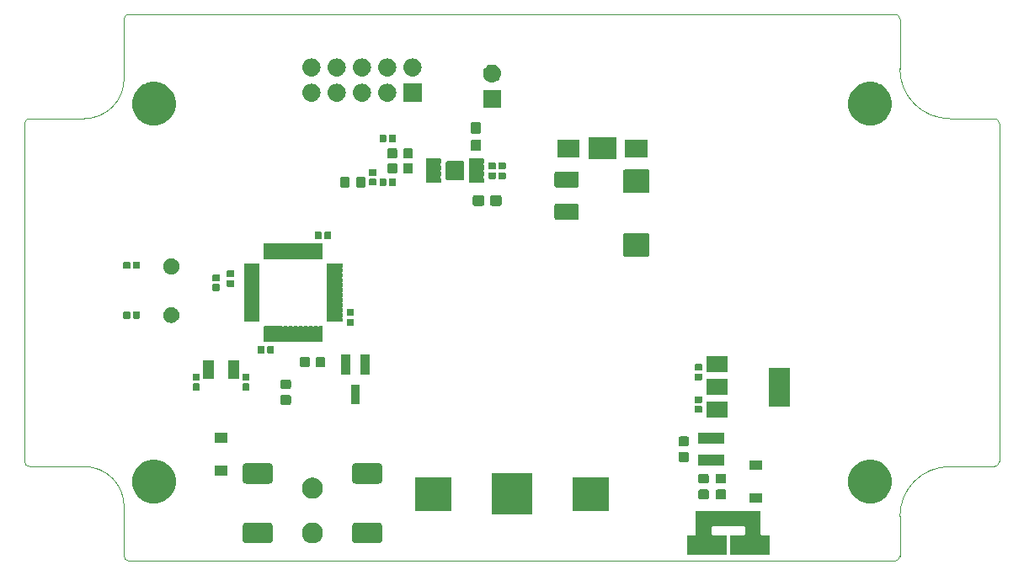
<source format=gbr>
%TF.GenerationSoftware,KiCad,Pcbnew,(5.1.4)-1*%
%TF.CreationDate,2020-03-29T09:51:50+13:00*%
%TF.ProjectId,clock,636c6f63-6b2e-46b6-9963-61645f706362,rev?*%
%TF.SameCoordinates,Original*%
%TF.FileFunction,Soldermask,Bot*%
%TF.FilePolarity,Negative*%
%FSLAX46Y46*%
G04 Gerber Fmt 4.6, Leading zero omitted, Abs format (unit mm)*
G04 Created by KiCad (PCBNEW (5.1.4)-1) date 2020-03-29 09:51:50*
%MOMM*%
%LPD*%
G04 APERTURE LIST*
%ADD10C,0.050000*%
%ADD11C,0.100000*%
G04 APERTURE END LIST*
D10*
X103213900Y-66150000D02*
G75*
G02X103713900Y-65650000I500000J0D01*
G01*
X93713900Y-76150000D02*
G75*
G03X93213900Y-76650000I0J-500000D01*
G01*
X93713900Y-111150000D02*
G75*
G02X93213900Y-110650000I0J500000D01*
G01*
X103713900Y-120650000D02*
G75*
G02X103213900Y-120150000I0J500000D01*
G01*
X181213900Y-120150000D02*
G75*
G02X180713900Y-120650000I-500000J0D01*
G01*
X191213900Y-110650000D02*
G75*
G02X190713900Y-111150000I-500000J0D01*
G01*
X191213900Y-76650000D02*
G75*
G03X190713900Y-76150000I-500000J0D01*
G01*
X180713900Y-65650000D02*
G75*
G02X181213900Y-66150000I0J-500000D01*
G01*
X93713900Y-111150000D02*
X99213900Y-111150000D01*
X103213900Y-120150000D02*
X103213900Y-115150000D01*
X181213900Y-71150000D02*
G75*
G03X186213900Y-76150000I5000000J0D01*
G01*
X181213900Y-116150000D02*
G75*
G02X186213900Y-111150000I5000000J0D01*
G01*
X103213900Y-115150000D02*
G75*
G03X99213900Y-111150000I-4000000J0D01*
G01*
X103213900Y-72150000D02*
G75*
G02X99213900Y-76150000I-4000000J0D01*
G01*
X181213900Y-66150000D02*
X181213900Y-71150000D01*
X103713900Y-65650000D02*
X180713900Y-65650000D01*
X103213900Y-72150000D02*
X103213900Y-66150000D01*
X181213900Y-120150000D02*
X181213900Y-116150000D01*
X103713900Y-120650000D02*
X180713900Y-120650000D01*
X190713900Y-111150000D02*
X186213900Y-111150000D01*
X191213900Y-76650000D02*
X191213900Y-110650000D01*
X186213900Y-76150000D02*
X190713900Y-76150000D01*
X93213900Y-76650000D02*
X93213900Y-110650000D01*
X99213900Y-76150000D02*
X93713900Y-76150000D01*
D11*
G36*
X167214900Y-117934001D02*
G01*
X167217302Y-117958387D01*
X167224415Y-117981836D01*
X167235966Y-118003447D01*
X167251511Y-118022389D01*
X167270453Y-118037934D01*
X167292064Y-118049485D01*
X167315513Y-118056598D01*
X167339899Y-118059000D01*
X168112400Y-118059000D01*
X168112400Y-120061000D01*
X164165400Y-120061000D01*
X164165400Y-118059000D01*
X165512901Y-118059000D01*
X165537287Y-118056598D01*
X165560736Y-118049485D01*
X165582347Y-118037934D01*
X165601289Y-118022389D01*
X165616834Y-118003447D01*
X165628385Y-117981836D01*
X165635498Y-117958387D01*
X165637900Y-117934001D01*
X165637900Y-117265999D01*
X165635498Y-117241613D01*
X165628385Y-117218164D01*
X165616834Y-117196553D01*
X165601289Y-117177611D01*
X165582347Y-117162066D01*
X165560736Y-117150515D01*
X165537287Y-117143402D01*
X165512901Y-117141000D01*
X162414899Y-117141000D01*
X162390513Y-117143402D01*
X162367064Y-117150515D01*
X162345453Y-117162066D01*
X162326511Y-117177611D01*
X162310966Y-117196553D01*
X162299415Y-117218164D01*
X162292302Y-117241613D01*
X162289900Y-117265999D01*
X162289900Y-117934001D01*
X162292302Y-117958387D01*
X162299415Y-117981836D01*
X162310966Y-118003447D01*
X162326511Y-118022389D01*
X162345453Y-118037934D01*
X162367064Y-118049485D01*
X162390513Y-118056598D01*
X162414899Y-118059000D01*
X163762400Y-118059000D01*
X163762400Y-120061000D01*
X159815400Y-120061000D01*
X159815400Y-118059000D01*
X160587901Y-118059000D01*
X160612287Y-118056598D01*
X160635736Y-118049485D01*
X160657347Y-118037934D01*
X160676289Y-118022389D01*
X160691834Y-118003447D01*
X160703385Y-117981836D01*
X160710498Y-117958387D01*
X160712900Y-117934001D01*
X160712900Y-115659000D01*
X167214900Y-115659000D01*
X167214900Y-117934001D01*
X167214900Y-117934001D01*
G37*
G36*
X117826110Y-116774989D02*
G01*
X117912850Y-116801302D01*
X117992789Y-116844030D01*
X118062862Y-116901538D01*
X118120370Y-116971611D01*
X118163098Y-117051550D01*
X118189411Y-117138290D01*
X118198900Y-117234640D01*
X118198900Y-118398360D01*
X118189411Y-118494710D01*
X118163098Y-118581450D01*
X118120370Y-118661389D01*
X118062862Y-118731462D01*
X117992789Y-118788970D01*
X117912850Y-118831698D01*
X117826110Y-118858011D01*
X117729760Y-118867500D01*
X115566040Y-118867500D01*
X115469690Y-118858011D01*
X115382950Y-118831698D01*
X115303011Y-118788970D01*
X115232938Y-118731462D01*
X115175430Y-118661389D01*
X115132702Y-118581450D01*
X115106389Y-118494710D01*
X115096900Y-118398360D01*
X115096900Y-117234640D01*
X115106389Y-117138290D01*
X115132702Y-117051550D01*
X115175430Y-116971611D01*
X115232938Y-116901538D01*
X115303011Y-116844030D01*
X115382950Y-116801302D01*
X115469690Y-116774989D01*
X115566040Y-116765500D01*
X117729760Y-116765500D01*
X117826110Y-116774989D01*
X117826110Y-116774989D01*
G37*
G36*
X122454464Y-116805889D02*
G01*
X122645733Y-116885115D01*
X122645735Y-116885116D01*
X122817873Y-117000135D01*
X122964265Y-117146527D01*
X123044094Y-117265999D01*
X123079285Y-117318667D01*
X123158511Y-117509936D01*
X123198900Y-117712984D01*
X123198900Y-117920016D01*
X123158511Y-118123064D01*
X123079285Y-118314333D01*
X123079284Y-118314335D01*
X122964265Y-118486473D01*
X122817873Y-118632865D01*
X122645735Y-118747884D01*
X122645734Y-118747885D01*
X122645733Y-118747885D01*
X122454464Y-118827111D01*
X122251416Y-118867500D01*
X122044384Y-118867500D01*
X121841336Y-118827111D01*
X121650067Y-118747885D01*
X121650066Y-118747885D01*
X121650065Y-118747884D01*
X121477927Y-118632865D01*
X121331535Y-118486473D01*
X121216516Y-118314335D01*
X121216515Y-118314333D01*
X121137289Y-118123064D01*
X121096900Y-117920016D01*
X121096900Y-117712984D01*
X121137289Y-117509936D01*
X121216515Y-117318667D01*
X121251707Y-117265999D01*
X121331535Y-117146527D01*
X121477927Y-117000135D01*
X121650065Y-116885116D01*
X121650067Y-116885115D01*
X121841336Y-116805889D01*
X122044384Y-116765500D01*
X122251416Y-116765500D01*
X122454464Y-116805889D01*
X122454464Y-116805889D01*
G37*
G36*
X128826110Y-116774989D02*
G01*
X128912850Y-116801302D01*
X128992789Y-116844030D01*
X129062862Y-116901538D01*
X129120370Y-116971611D01*
X129163098Y-117051550D01*
X129189411Y-117138290D01*
X129198900Y-117234640D01*
X129198900Y-118398360D01*
X129189411Y-118494710D01*
X129163098Y-118581450D01*
X129120370Y-118661389D01*
X129062862Y-118731462D01*
X128992789Y-118788970D01*
X128912850Y-118831698D01*
X128826110Y-118858011D01*
X128729760Y-118867500D01*
X126566040Y-118867500D01*
X126469690Y-118858011D01*
X126382950Y-118831698D01*
X126303011Y-118788970D01*
X126232938Y-118731462D01*
X126175430Y-118661389D01*
X126132702Y-118581450D01*
X126106389Y-118494710D01*
X126096900Y-118398360D01*
X126096900Y-117234640D01*
X126106389Y-117138290D01*
X126132702Y-117051550D01*
X126175430Y-116971611D01*
X126232938Y-116901538D01*
X126303011Y-116844030D01*
X126382950Y-116801302D01*
X126469690Y-116774989D01*
X126566040Y-116765500D01*
X128729760Y-116765500D01*
X128826110Y-116774989D01*
X128826110Y-116774989D01*
G37*
G36*
X144264900Y-115951000D02*
G01*
X140162900Y-115951000D01*
X140162900Y-111849000D01*
X144264900Y-111849000D01*
X144264900Y-115951000D01*
X144264900Y-115951000D01*
G37*
G36*
X136114900Y-115601000D02*
G01*
X132512900Y-115601000D01*
X132512900Y-112199000D01*
X136114900Y-112199000D01*
X136114900Y-115601000D01*
X136114900Y-115601000D01*
G37*
G36*
X151914900Y-115601000D02*
G01*
X148312900Y-115601000D01*
X148312900Y-112199000D01*
X151914900Y-112199000D01*
X151914900Y-115601000D01*
X151914900Y-115601000D01*
G37*
G36*
X178855907Y-110533582D02*
G01*
X179256463Y-110699498D01*
X179256465Y-110699499D01*
X179616956Y-110940371D01*
X179923529Y-111246944D01*
X180164401Y-111607435D01*
X180164402Y-111607437D01*
X180330318Y-112007993D01*
X180414900Y-112433219D01*
X180414900Y-112866781D01*
X180330318Y-113292007D01*
X180183855Y-113645599D01*
X180164401Y-113692565D01*
X179923529Y-114053056D01*
X179616956Y-114359629D01*
X179256465Y-114600501D01*
X179256464Y-114600502D01*
X179256463Y-114600502D01*
X178855907Y-114766418D01*
X178430681Y-114851000D01*
X177997119Y-114851000D01*
X177571893Y-114766418D01*
X177171337Y-114600502D01*
X177171336Y-114600502D01*
X177171335Y-114600501D01*
X176810844Y-114359629D01*
X176504271Y-114053056D01*
X176263399Y-113692565D01*
X176243945Y-113645599D01*
X176097482Y-113292007D01*
X176012900Y-112866781D01*
X176012900Y-112433219D01*
X176097482Y-112007993D01*
X176263398Y-111607437D01*
X176263399Y-111607435D01*
X176504271Y-111246944D01*
X176810844Y-110940371D01*
X177171335Y-110699499D01*
X177171337Y-110699498D01*
X177571893Y-110533582D01*
X177997119Y-110449000D01*
X178430681Y-110449000D01*
X178855907Y-110533582D01*
X178855907Y-110533582D01*
G37*
G36*
X106855907Y-110533582D02*
G01*
X107256463Y-110699498D01*
X107256465Y-110699499D01*
X107616956Y-110940371D01*
X107923529Y-111246944D01*
X108164401Y-111607435D01*
X108164402Y-111607437D01*
X108330318Y-112007993D01*
X108414900Y-112433219D01*
X108414900Y-112866781D01*
X108330318Y-113292007D01*
X108183855Y-113645599D01*
X108164401Y-113692565D01*
X107923529Y-114053056D01*
X107616956Y-114359629D01*
X107256465Y-114600501D01*
X107256464Y-114600502D01*
X107256463Y-114600502D01*
X106855907Y-114766418D01*
X106430681Y-114851000D01*
X105997119Y-114851000D01*
X105571893Y-114766418D01*
X105171337Y-114600502D01*
X105171336Y-114600502D01*
X105171335Y-114600501D01*
X104810844Y-114359629D01*
X104504271Y-114053056D01*
X104263399Y-113692565D01*
X104243945Y-113645599D01*
X104097482Y-113292007D01*
X104012900Y-112866781D01*
X104012900Y-112433219D01*
X104097482Y-112007993D01*
X104263398Y-111607437D01*
X104263399Y-111607435D01*
X104504271Y-111246944D01*
X104810844Y-110940371D01*
X105171335Y-110699499D01*
X105171337Y-110699498D01*
X105571893Y-110533582D01*
X105997119Y-110449000D01*
X106430681Y-110449000D01*
X106855907Y-110533582D01*
X106855907Y-110533582D01*
G37*
G36*
X167364900Y-114801000D02*
G01*
X166062900Y-114801000D01*
X166062900Y-113799000D01*
X167364900Y-113799000D01*
X167364900Y-114801000D01*
X167364900Y-114801000D01*
G37*
G36*
X163593491Y-113453085D02*
G01*
X163627469Y-113463393D01*
X163658790Y-113480134D01*
X163686239Y-113502661D01*
X163708766Y-113530110D01*
X163725507Y-113561431D01*
X163735815Y-113595409D01*
X163739900Y-113636890D01*
X163739900Y-114238110D01*
X163735815Y-114279591D01*
X163725507Y-114313569D01*
X163708766Y-114344890D01*
X163686239Y-114372339D01*
X163658790Y-114394866D01*
X163627469Y-114411607D01*
X163593491Y-114421915D01*
X163552010Y-114426000D01*
X162875790Y-114426000D01*
X162834309Y-114421915D01*
X162800331Y-114411607D01*
X162769010Y-114394866D01*
X162741561Y-114372339D01*
X162719034Y-114344890D01*
X162702293Y-114313569D01*
X162691985Y-114279591D01*
X162687900Y-114238110D01*
X162687900Y-113636890D01*
X162691985Y-113595409D01*
X162702293Y-113561431D01*
X162719034Y-113530110D01*
X162741561Y-113502661D01*
X162769010Y-113480134D01*
X162800331Y-113463393D01*
X162834309Y-113453085D01*
X162875790Y-113449000D01*
X163552010Y-113449000D01*
X163593491Y-113453085D01*
X163593491Y-113453085D01*
G37*
G36*
X161843491Y-113453085D02*
G01*
X161877469Y-113463393D01*
X161908790Y-113480134D01*
X161936239Y-113502661D01*
X161958766Y-113530110D01*
X161975507Y-113561431D01*
X161985815Y-113595409D01*
X161989900Y-113636890D01*
X161989900Y-114238110D01*
X161985815Y-114279591D01*
X161975507Y-114313569D01*
X161958766Y-114344890D01*
X161936239Y-114372339D01*
X161908790Y-114394866D01*
X161877469Y-114411607D01*
X161843491Y-114421915D01*
X161802010Y-114426000D01*
X161125790Y-114426000D01*
X161084309Y-114421915D01*
X161050331Y-114411607D01*
X161019010Y-114394866D01*
X160991561Y-114372339D01*
X160969034Y-114344890D01*
X160952293Y-114313569D01*
X160941985Y-114279591D01*
X160937900Y-114238110D01*
X160937900Y-113636890D01*
X160941985Y-113595409D01*
X160952293Y-113561431D01*
X160969034Y-113530110D01*
X160991561Y-113502661D01*
X161019010Y-113480134D01*
X161050331Y-113463393D01*
X161084309Y-113453085D01*
X161125790Y-113449000D01*
X161802010Y-113449000D01*
X161843491Y-113453085D01*
X161843491Y-113453085D01*
G37*
G36*
X122454464Y-112305889D02*
G01*
X122645733Y-112385115D01*
X122645735Y-112385116D01*
X122817873Y-112500135D01*
X122964265Y-112646527D01*
X123073385Y-112809836D01*
X123079285Y-112818667D01*
X123158511Y-113009936D01*
X123198900Y-113212984D01*
X123198900Y-113420016D01*
X123158511Y-113623064D01*
X123129439Y-113693250D01*
X123079284Y-113814335D01*
X122964265Y-113986473D01*
X122817873Y-114132865D01*
X122645735Y-114247884D01*
X122645734Y-114247885D01*
X122645733Y-114247885D01*
X122454464Y-114327111D01*
X122251416Y-114367500D01*
X122044384Y-114367500D01*
X121841336Y-114327111D01*
X121650067Y-114247885D01*
X121650066Y-114247885D01*
X121650065Y-114247884D01*
X121477927Y-114132865D01*
X121331535Y-113986473D01*
X121216516Y-113814335D01*
X121166361Y-113693250D01*
X121137289Y-113623064D01*
X121096900Y-113420016D01*
X121096900Y-113212984D01*
X121137289Y-113009936D01*
X121216515Y-112818667D01*
X121222416Y-112809836D01*
X121331535Y-112646527D01*
X121477927Y-112500135D01*
X121650065Y-112385116D01*
X121650067Y-112385115D01*
X121841336Y-112305889D01*
X122044384Y-112265500D01*
X122251416Y-112265500D01*
X122454464Y-112305889D01*
X122454464Y-112305889D01*
G37*
G36*
X128826110Y-110774989D02*
G01*
X128912850Y-110801302D01*
X128992789Y-110844030D01*
X129062862Y-110901538D01*
X129120370Y-110971611D01*
X129163098Y-111051550D01*
X129189411Y-111138290D01*
X129198900Y-111234640D01*
X129198900Y-112398360D01*
X129189411Y-112494710D01*
X129163098Y-112581450D01*
X129120370Y-112661389D01*
X129062862Y-112731462D01*
X128992789Y-112788970D01*
X128912850Y-112831698D01*
X128826110Y-112858011D01*
X128729760Y-112867500D01*
X126566040Y-112867500D01*
X126469690Y-112858011D01*
X126382950Y-112831698D01*
X126303011Y-112788970D01*
X126232938Y-112731462D01*
X126175430Y-112661389D01*
X126132702Y-112581450D01*
X126106389Y-112494710D01*
X126096900Y-112398360D01*
X126096900Y-111234640D01*
X126106389Y-111138290D01*
X126132702Y-111051550D01*
X126175430Y-110971611D01*
X126232938Y-110901538D01*
X126303011Y-110844030D01*
X126382950Y-110801302D01*
X126469690Y-110774989D01*
X126566040Y-110765500D01*
X128729760Y-110765500D01*
X128826110Y-110774989D01*
X128826110Y-110774989D01*
G37*
G36*
X117826110Y-110774989D02*
G01*
X117912850Y-110801302D01*
X117992789Y-110844030D01*
X118062862Y-110901538D01*
X118120370Y-110971611D01*
X118163098Y-111051550D01*
X118189411Y-111138290D01*
X118198900Y-111234640D01*
X118198900Y-112398360D01*
X118189411Y-112494710D01*
X118163098Y-112581450D01*
X118120370Y-112661389D01*
X118062862Y-112731462D01*
X117992789Y-112788970D01*
X117912850Y-112831698D01*
X117826110Y-112858011D01*
X117729760Y-112867500D01*
X115566040Y-112867500D01*
X115469690Y-112858011D01*
X115382950Y-112831698D01*
X115303011Y-112788970D01*
X115232938Y-112731462D01*
X115175430Y-112661389D01*
X115132702Y-112581450D01*
X115106389Y-112494710D01*
X115096900Y-112398360D01*
X115096900Y-111234640D01*
X115106389Y-111138290D01*
X115132702Y-111051550D01*
X115175430Y-110971611D01*
X115232938Y-110901538D01*
X115303011Y-110844030D01*
X115382950Y-110801302D01*
X115469690Y-110774989D01*
X115566040Y-110765500D01*
X117729760Y-110765500D01*
X117826110Y-110774989D01*
X117826110Y-110774989D01*
G37*
G36*
X163593491Y-111878085D02*
G01*
X163627469Y-111888393D01*
X163658790Y-111905134D01*
X163686239Y-111927661D01*
X163708766Y-111955110D01*
X163725507Y-111986431D01*
X163735815Y-112020409D01*
X163739900Y-112061890D01*
X163739900Y-112663110D01*
X163735815Y-112704591D01*
X163725507Y-112738569D01*
X163708766Y-112769890D01*
X163686239Y-112797339D01*
X163658790Y-112819866D01*
X163627469Y-112836607D01*
X163593491Y-112846915D01*
X163552010Y-112851000D01*
X162875790Y-112851000D01*
X162834309Y-112846915D01*
X162800331Y-112836607D01*
X162769010Y-112819866D01*
X162741561Y-112797339D01*
X162719034Y-112769890D01*
X162702293Y-112738569D01*
X162691985Y-112704591D01*
X162687900Y-112663110D01*
X162687900Y-112061890D01*
X162691985Y-112020409D01*
X162702293Y-111986431D01*
X162719034Y-111955110D01*
X162741561Y-111927661D01*
X162769010Y-111905134D01*
X162800331Y-111888393D01*
X162834309Y-111878085D01*
X162875790Y-111874000D01*
X163552010Y-111874000D01*
X163593491Y-111878085D01*
X163593491Y-111878085D01*
G37*
G36*
X161843491Y-111878085D02*
G01*
X161877469Y-111888393D01*
X161908790Y-111905134D01*
X161936239Y-111927661D01*
X161958766Y-111955110D01*
X161975507Y-111986431D01*
X161985815Y-112020409D01*
X161989900Y-112061890D01*
X161989900Y-112663110D01*
X161985815Y-112704591D01*
X161975507Y-112738569D01*
X161958766Y-112769890D01*
X161936239Y-112797339D01*
X161908790Y-112819866D01*
X161877469Y-112836607D01*
X161843491Y-112846915D01*
X161802010Y-112851000D01*
X161125790Y-112851000D01*
X161084309Y-112846915D01*
X161050331Y-112836607D01*
X161019010Y-112819866D01*
X160991561Y-112797339D01*
X160969034Y-112769890D01*
X160952293Y-112738569D01*
X160941985Y-112704591D01*
X160937900Y-112663110D01*
X160937900Y-112061890D01*
X160941985Y-112020409D01*
X160952293Y-111986431D01*
X160969034Y-111955110D01*
X160991561Y-111927661D01*
X161019010Y-111905134D01*
X161050331Y-111888393D01*
X161084309Y-111878085D01*
X161125790Y-111874000D01*
X161802010Y-111874000D01*
X161843491Y-111878085D01*
X161843491Y-111878085D01*
G37*
G36*
X113614900Y-112051000D02*
G01*
X112312900Y-112051000D01*
X112312900Y-111049000D01*
X113614900Y-111049000D01*
X113614900Y-112051000D01*
X113614900Y-112051000D01*
G37*
G36*
X167364900Y-111501000D02*
G01*
X166062900Y-111501000D01*
X166062900Y-110499000D01*
X167364900Y-110499000D01*
X167364900Y-111501000D01*
X167364900Y-111501000D01*
G37*
G36*
X163539900Y-111081000D02*
G01*
X160887900Y-111081000D01*
X160887900Y-109919000D01*
X163539900Y-109919000D01*
X163539900Y-111081000D01*
X163539900Y-111081000D01*
G37*
G36*
X159843491Y-109703085D02*
G01*
X159877469Y-109713393D01*
X159908790Y-109730134D01*
X159936239Y-109752661D01*
X159958766Y-109780110D01*
X159975507Y-109811431D01*
X159985815Y-109845409D01*
X159989900Y-109886890D01*
X159989900Y-110488110D01*
X159985815Y-110529591D01*
X159975507Y-110563569D01*
X159958766Y-110594890D01*
X159936239Y-110622339D01*
X159908790Y-110644866D01*
X159877469Y-110661607D01*
X159843491Y-110671915D01*
X159802010Y-110676000D01*
X159125790Y-110676000D01*
X159084309Y-110671915D01*
X159050331Y-110661607D01*
X159019010Y-110644866D01*
X158991561Y-110622339D01*
X158969034Y-110594890D01*
X158952293Y-110563569D01*
X158941985Y-110529591D01*
X158937900Y-110488110D01*
X158937900Y-109886890D01*
X158941985Y-109845409D01*
X158952293Y-109811431D01*
X158969034Y-109780110D01*
X158991561Y-109752661D01*
X159019010Y-109730134D01*
X159050331Y-109713393D01*
X159084309Y-109703085D01*
X159125790Y-109699000D01*
X159802010Y-109699000D01*
X159843491Y-109703085D01*
X159843491Y-109703085D01*
G37*
G36*
X159843491Y-108128085D02*
G01*
X159877469Y-108138393D01*
X159908790Y-108155134D01*
X159936239Y-108177661D01*
X159958766Y-108205110D01*
X159975507Y-108236431D01*
X159985815Y-108270409D01*
X159989900Y-108311890D01*
X159989900Y-108913110D01*
X159985815Y-108954591D01*
X159975507Y-108988569D01*
X159958766Y-109019890D01*
X159936239Y-109047339D01*
X159908790Y-109069866D01*
X159877469Y-109086607D01*
X159843491Y-109096915D01*
X159802010Y-109101000D01*
X159125790Y-109101000D01*
X159084309Y-109096915D01*
X159050331Y-109086607D01*
X159019010Y-109069866D01*
X158991561Y-109047339D01*
X158969034Y-109019890D01*
X158952293Y-108988569D01*
X158941985Y-108954591D01*
X158937900Y-108913110D01*
X158937900Y-108311890D01*
X158941985Y-108270409D01*
X158952293Y-108236431D01*
X158969034Y-108205110D01*
X158991561Y-108177661D01*
X159019010Y-108155134D01*
X159050331Y-108138393D01*
X159084309Y-108128085D01*
X159125790Y-108124000D01*
X159802010Y-108124000D01*
X159843491Y-108128085D01*
X159843491Y-108128085D01*
G37*
G36*
X163539900Y-108881000D02*
G01*
X160887900Y-108881000D01*
X160887900Y-107719000D01*
X163539900Y-107719000D01*
X163539900Y-108881000D01*
X163539900Y-108881000D01*
G37*
G36*
X113614900Y-108751000D02*
G01*
X112312900Y-108751000D01*
X112312900Y-107749000D01*
X113614900Y-107749000D01*
X113614900Y-108751000D01*
X113614900Y-108751000D01*
G37*
G36*
X163864900Y-106251000D02*
G01*
X161762900Y-106251000D01*
X161762900Y-104649000D01*
X163864900Y-104649000D01*
X163864900Y-106251000D01*
X163864900Y-106251000D01*
G37*
G36*
X161245838Y-105041716D02*
G01*
X161266457Y-105047971D01*
X161285453Y-105058124D01*
X161302108Y-105071792D01*
X161315776Y-105088447D01*
X161325929Y-105107443D01*
X161332184Y-105128062D01*
X161334900Y-105155640D01*
X161334900Y-105614360D01*
X161332184Y-105641938D01*
X161325929Y-105662557D01*
X161315776Y-105681553D01*
X161302108Y-105698208D01*
X161285453Y-105711876D01*
X161266457Y-105722029D01*
X161245838Y-105728284D01*
X161218260Y-105731000D01*
X160709540Y-105731000D01*
X160681962Y-105728284D01*
X160661343Y-105722029D01*
X160642347Y-105711876D01*
X160625692Y-105698208D01*
X160612024Y-105681553D01*
X160601871Y-105662557D01*
X160595616Y-105641938D01*
X160592900Y-105614360D01*
X160592900Y-105155640D01*
X160595616Y-105128062D01*
X160601871Y-105107443D01*
X160612024Y-105088447D01*
X160625692Y-105071792D01*
X160642347Y-105058124D01*
X160661343Y-105047971D01*
X160681962Y-105041716D01*
X160709540Y-105039000D01*
X161218260Y-105039000D01*
X161245838Y-105041716D01*
X161245838Y-105041716D01*
G37*
G36*
X170164900Y-105101000D02*
G01*
X168062900Y-105101000D01*
X168062900Y-101199000D01*
X170164900Y-101199000D01*
X170164900Y-105101000D01*
X170164900Y-105101000D01*
G37*
G36*
X119843491Y-103953085D02*
G01*
X119877469Y-103963393D01*
X119908790Y-103980134D01*
X119936239Y-104002661D01*
X119958766Y-104030110D01*
X119975507Y-104061431D01*
X119985815Y-104095409D01*
X119989900Y-104136890D01*
X119989900Y-104738110D01*
X119985815Y-104779591D01*
X119975507Y-104813569D01*
X119958766Y-104844890D01*
X119936239Y-104872339D01*
X119908790Y-104894866D01*
X119877469Y-104911607D01*
X119843491Y-104921915D01*
X119802010Y-104926000D01*
X119125790Y-104926000D01*
X119084309Y-104921915D01*
X119050331Y-104911607D01*
X119019010Y-104894866D01*
X118991561Y-104872339D01*
X118969034Y-104844890D01*
X118952293Y-104813569D01*
X118941985Y-104779591D01*
X118937900Y-104738110D01*
X118937900Y-104136890D01*
X118941985Y-104095409D01*
X118952293Y-104061431D01*
X118969034Y-104030110D01*
X118991561Y-104002661D01*
X119019010Y-103980134D01*
X119050331Y-103963393D01*
X119084309Y-103953085D01*
X119125790Y-103949000D01*
X119802010Y-103949000D01*
X119843491Y-103953085D01*
X119843491Y-103953085D01*
G37*
G36*
X126914900Y-104901000D02*
G01*
X126012900Y-104901000D01*
X126012900Y-102899000D01*
X126914900Y-102899000D01*
X126914900Y-104901000D01*
X126914900Y-104901000D01*
G37*
G36*
X161245838Y-104071716D02*
G01*
X161266457Y-104077971D01*
X161285453Y-104088124D01*
X161302108Y-104101792D01*
X161315776Y-104118447D01*
X161325929Y-104137443D01*
X161332184Y-104158062D01*
X161334900Y-104185640D01*
X161334900Y-104644360D01*
X161332184Y-104671938D01*
X161325929Y-104692557D01*
X161315776Y-104711553D01*
X161302108Y-104728208D01*
X161285453Y-104741876D01*
X161266457Y-104752029D01*
X161245838Y-104758284D01*
X161218260Y-104761000D01*
X160709540Y-104761000D01*
X160681962Y-104758284D01*
X160661343Y-104752029D01*
X160642347Y-104741876D01*
X160625692Y-104728208D01*
X160612024Y-104711553D01*
X160601871Y-104692557D01*
X160595616Y-104671938D01*
X160592900Y-104644360D01*
X160592900Y-104185640D01*
X160595616Y-104158062D01*
X160601871Y-104137443D01*
X160612024Y-104118447D01*
X160625692Y-104101792D01*
X160642347Y-104088124D01*
X160661343Y-104077971D01*
X160681962Y-104071716D01*
X160709540Y-104069000D01*
X161218260Y-104069000D01*
X161245838Y-104071716D01*
X161245838Y-104071716D01*
G37*
G36*
X163864900Y-103951000D02*
G01*
X161762900Y-103951000D01*
X161762900Y-102349000D01*
X163864900Y-102349000D01*
X163864900Y-103951000D01*
X163864900Y-103951000D01*
G37*
G36*
X110745838Y-102791716D02*
G01*
X110766457Y-102797971D01*
X110785453Y-102808124D01*
X110802108Y-102821792D01*
X110815776Y-102838447D01*
X110825929Y-102857443D01*
X110832184Y-102878062D01*
X110834900Y-102905640D01*
X110834900Y-103364360D01*
X110832184Y-103391938D01*
X110825929Y-103412557D01*
X110815776Y-103431553D01*
X110802108Y-103448208D01*
X110785453Y-103461876D01*
X110766457Y-103472029D01*
X110745838Y-103478284D01*
X110718260Y-103481000D01*
X110209540Y-103481000D01*
X110181962Y-103478284D01*
X110161343Y-103472029D01*
X110142347Y-103461876D01*
X110125692Y-103448208D01*
X110112024Y-103431553D01*
X110101871Y-103412557D01*
X110095616Y-103391938D01*
X110092900Y-103364360D01*
X110092900Y-102905640D01*
X110095616Y-102878062D01*
X110101871Y-102857443D01*
X110112024Y-102838447D01*
X110125692Y-102821792D01*
X110142347Y-102808124D01*
X110161343Y-102797971D01*
X110181962Y-102791716D01*
X110209540Y-102789000D01*
X110718260Y-102789000D01*
X110745838Y-102791716D01*
X110745838Y-102791716D01*
G37*
G36*
X115745838Y-102791716D02*
G01*
X115766457Y-102797971D01*
X115785453Y-102808124D01*
X115802108Y-102821792D01*
X115815776Y-102838447D01*
X115825929Y-102857443D01*
X115832184Y-102878062D01*
X115834900Y-102905640D01*
X115834900Y-103364360D01*
X115832184Y-103391938D01*
X115825929Y-103412557D01*
X115815776Y-103431553D01*
X115802108Y-103448208D01*
X115785453Y-103461876D01*
X115766457Y-103472029D01*
X115745838Y-103478284D01*
X115718260Y-103481000D01*
X115209540Y-103481000D01*
X115181962Y-103478284D01*
X115161343Y-103472029D01*
X115142347Y-103461876D01*
X115125692Y-103448208D01*
X115112024Y-103431553D01*
X115101871Y-103412557D01*
X115095616Y-103391938D01*
X115092900Y-103364360D01*
X115092900Y-102905640D01*
X115095616Y-102878062D01*
X115101871Y-102857443D01*
X115112024Y-102838447D01*
X115125692Y-102821792D01*
X115142347Y-102808124D01*
X115161343Y-102797971D01*
X115181962Y-102791716D01*
X115209540Y-102789000D01*
X115718260Y-102789000D01*
X115745838Y-102791716D01*
X115745838Y-102791716D01*
G37*
G36*
X119843491Y-102378085D02*
G01*
X119877469Y-102388393D01*
X119908790Y-102405134D01*
X119936239Y-102427661D01*
X119958766Y-102455110D01*
X119975507Y-102486431D01*
X119985815Y-102520409D01*
X119989900Y-102561890D01*
X119989900Y-103163110D01*
X119985815Y-103204591D01*
X119975507Y-103238569D01*
X119958766Y-103269890D01*
X119936239Y-103297339D01*
X119908790Y-103319866D01*
X119877469Y-103336607D01*
X119843491Y-103346915D01*
X119802010Y-103351000D01*
X119125790Y-103351000D01*
X119084309Y-103346915D01*
X119050331Y-103336607D01*
X119019010Y-103319866D01*
X118991561Y-103297339D01*
X118969034Y-103269890D01*
X118952293Y-103238569D01*
X118941985Y-103204591D01*
X118937900Y-103163110D01*
X118937900Y-102561890D01*
X118941985Y-102520409D01*
X118952293Y-102486431D01*
X118969034Y-102455110D01*
X118991561Y-102427661D01*
X119019010Y-102405134D01*
X119050331Y-102388393D01*
X119084309Y-102378085D01*
X119125790Y-102374000D01*
X119802010Y-102374000D01*
X119843491Y-102378085D01*
X119843491Y-102378085D01*
G37*
G36*
X110745838Y-101821716D02*
G01*
X110766457Y-101827971D01*
X110785453Y-101838124D01*
X110802108Y-101851792D01*
X110815776Y-101868447D01*
X110825929Y-101887443D01*
X110832184Y-101908062D01*
X110834900Y-101935640D01*
X110834900Y-102394360D01*
X110832184Y-102421938D01*
X110825929Y-102442557D01*
X110815776Y-102461553D01*
X110802108Y-102478208D01*
X110785453Y-102491876D01*
X110766457Y-102502029D01*
X110745838Y-102508284D01*
X110718260Y-102511000D01*
X110209540Y-102511000D01*
X110181962Y-102508284D01*
X110161343Y-102502029D01*
X110142347Y-102491876D01*
X110125692Y-102478208D01*
X110112024Y-102461553D01*
X110101871Y-102442557D01*
X110095616Y-102421938D01*
X110092900Y-102394360D01*
X110092900Y-101935640D01*
X110095616Y-101908062D01*
X110101871Y-101887443D01*
X110112024Y-101868447D01*
X110125692Y-101851792D01*
X110142347Y-101838124D01*
X110161343Y-101827971D01*
X110181962Y-101821716D01*
X110209540Y-101819000D01*
X110718260Y-101819000D01*
X110745838Y-101821716D01*
X110745838Y-101821716D01*
G37*
G36*
X115745838Y-101821716D02*
G01*
X115766457Y-101827971D01*
X115785453Y-101838124D01*
X115802108Y-101851792D01*
X115815776Y-101868447D01*
X115825929Y-101887443D01*
X115832184Y-101908062D01*
X115834900Y-101935640D01*
X115834900Y-102394360D01*
X115832184Y-102421938D01*
X115825929Y-102442557D01*
X115815776Y-102461553D01*
X115802108Y-102478208D01*
X115785453Y-102491876D01*
X115766457Y-102502029D01*
X115745838Y-102508284D01*
X115718260Y-102511000D01*
X115209540Y-102511000D01*
X115181962Y-102508284D01*
X115161343Y-102502029D01*
X115142347Y-102491876D01*
X115125692Y-102478208D01*
X115112024Y-102461553D01*
X115101871Y-102442557D01*
X115095616Y-102421938D01*
X115092900Y-102394360D01*
X115092900Y-101935640D01*
X115095616Y-101908062D01*
X115101871Y-101887443D01*
X115112024Y-101868447D01*
X115125692Y-101851792D01*
X115142347Y-101838124D01*
X115161343Y-101827971D01*
X115181962Y-101821716D01*
X115209540Y-101819000D01*
X115718260Y-101819000D01*
X115745838Y-101821716D01*
X115745838Y-101821716D01*
G37*
G36*
X161245838Y-101791716D02*
G01*
X161266457Y-101797971D01*
X161285453Y-101808124D01*
X161302108Y-101821792D01*
X161315776Y-101838447D01*
X161325929Y-101857443D01*
X161332184Y-101878062D01*
X161334900Y-101905640D01*
X161334900Y-102364360D01*
X161332184Y-102391938D01*
X161325929Y-102412557D01*
X161315776Y-102431553D01*
X161302108Y-102448208D01*
X161285453Y-102461876D01*
X161266457Y-102472029D01*
X161245838Y-102478284D01*
X161218260Y-102481000D01*
X160709540Y-102481000D01*
X160681962Y-102478284D01*
X160661343Y-102472029D01*
X160642347Y-102461876D01*
X160625692Y-102448208D01*
X160612024Y-102431553D01*
X160601871Y-102412557D01*
X160595616Y-102391938D01*
X160592900Y-102364360D01*
X160592900Y-101905640D01*
X160595616Y-101878062D01*
X160601871Y-101857443D01*
X160612024Y-101838447D01*
X160625692Y-101821792D01*
X160642347Y-101808124D01*
X160661343Y-101797971D01*
X160681962Y-101791716D01*
X160709540Y-101789000D01*
X161218260Y-101789000D01*
X161245838Y-101791716D01*
X161245838Y-101791716D01*
G37*
G36*
X114764900Y-102351000D02*
G01*
X113662900Y-102351000D01*
X113662900Y-100449000D01*
X114764900Y-100449000D01*
X114764900Y-102351000D01*
X114764900Y-102351000D01*
G37*
G36*
X112264900Y-102351000D02*
G01*
X111162900Y-102351000D01*
X111162900Y-100449000D01*
X112264900Y-100449000D01*
X112264900Y-102351000D01*
X112264900Y-102351000D01*
G37*
G36*
X127864900Y-101901000D02*
G01*
X126962900Y-101901000D01*
X126962900Y-99899000D01*
X127864900Y-99899000D01*
X127864900Y-101901000D01*
X127864900Y-101901000D01*
G37*
G36*
X125964900Y-101901000D02*
G01*
X125062900Y-101901000D01*
X125062900Y-99899000D01*
X125964900Y-99899000D01*
X125964900Y-101901000D01*
X125964900Y-101901000D01*
G37*
G36*
X163864900Y-101651000D02*
G01*
X161762900Y-101651000D01*
X161762900Y-100049000D01*
X163864900Y-100049000D01*
X163864900Y-101651000D01*
X163864900Y-101651000D01*
G37*
G36*
X161245838Y-100821716D02*
G01*
X161266457Y-100827971D01*
X161285453Y-100838124D01*
X161302108Y-100851792D01*
X161315776Y-100868447D01*
X161325929Y-100887443D01*
X161332184Y-100908062D01*
X161334900Y-100935640D01*
X161334900Y-101394360D01*
X161332184Y-101421938D01*
X161325929Y-101442557D01*
X161315776Y-101461553D01*
X161302108Y-101478208D01*
X161285453Y-101491876D01*
X161266457Y-101502029D01*
X161245838Y-101508284D01*
X161218260Y-101511000D01*
X160709540Y-101511000D01*
X160681962Y-101508284D01*
X160661343Y-101502029D01*
X160642347Y-101491876D01*
X160625692Y-101478208D01*
X160612024Y-101461553D01*
X160601871Y-101442557D01*
X160595616Y-101421938D01*
X160592900Y-101394360D01*
X160592900Y-100935640D01*
X160595616Y-100908062D01*
X160601871Y-100887443D01*
X160612024Y-100868447D01*
X160625692Y-100851792D01*
X160642347Y-100838124D01*
X160661343Y-100827971D01*
X160681962Y-100821716D01*
X160709540Y-100819000D01*
X161218260Y-100819000D01*
X161245838Y-100821716D01*
X161245838Y-100821716D01*
G37*
G36*
X121730991Y-100128085D02*
G01*
X121764969Y-100138393D01*
X121796290Y-100155134D01*
X121823739Y-100177661D01*
X121846266Y-100205110D01*
X121863007Y-100236431D01*
X121873315Y-100270409D01*
X121877400Y-100311890D01*
X121877400Y-100988110D01*
X121873315Y-101029591D01*
X121863007Y-101063569D01*
X121846266Y-101094890D01*
X121823739Y-101122339D01*
X121796290Y-101144866D01*
X121764969Y-101161607D01*
X121730991Y-101171915D01*
X121689510Y-101176000D01*
X121088290Y-101176000D01*
X121046809Y-101171915D01*
X121012831Y-101161607D01*
X120981510Y-101144866D01*
X120954061Y-101122339D01*
X120931534Y-101094890D01*
X120914793Y-101063569D01*
X120904485Y-101029591D01*
X120900400Y-100988110D01*
X120900400Y-100311890D01*
X120904485Y-100270409D01*
X120914793Y-100236431D01*
X120931534Y-100205110D01*
X120954061Y-100177661D01*
X120981510Y-100155134D01*
X121012831Y-100138393D01*
X121046809Y-100128085D01*
X121088290Y-100124000D01*
X121689510Y-100124000D01*
X121730991Y-100128085D01*
X121730991Y-100128085D01*
G37*
G36*
X123305991Y-100128085D02*
G01*
X123339969Y-100138393D01*
X123371290Y-100155134D01*
X123398739Y-100177661D01*
X123421266Y-100205110D01*
X123438007Y-100236431D01*
X123448315Y-100270409D01*
X123452400Y-100311890D01*
X123452400Y-100988110D01*
X123448315Y-101029591D01*
X123438007Y-101063569D01*
X123421266Y-101094890D01*
X123398739Y-101122339D01*
X123371290Y-101144866D01*
X123339969Y-101161607D01*
X123305991Y-101171915D01*
X123264510Y-101176000D01*
X122663290Y-101176000D01*
X122621809Y-101171915D01*
X122587831Y-101161607D01*
X122556510Y-101144866D01*
X122529061Y-101122339D01*
X122506534Y-101094890D01*
X122489793Y-101063569D01*
X122479485Y-101029591D01*
X122475400Y-100988110D01*
X122475400Y-100311890D01*
X122479485Y-100270409D01*
X122489793Y-100236431D01*
X122506534Y-100205110D01*
X122529061Y-100177661D01*
X122556510Y-100155134D01*
X122587831Y-100138393D01*
X122621809Y-100128085D01*
X122663290Y-100124000D01*
X123264510Y-100124000D01*
X123305991Y-100128085D01*
X123305991Y-100128085D01*
G37*
G36*
X117235838Y-99031716D02*
G01*
X117256457Y-99037971D01*
X117275453Y-99048124D01*
X117292108Y-99061792D01*
X117305776Y-99078447D01*
X117315929Y-99097443D01*
X117322184Y-99118062D01*
X117324900Y-99145640D01*
X117324900Y-99654360D01*
X117322184Y-99681938D01*
X117315929Y-99702557D01*
X117305776Y-99721553D01*
X117292108Y-99738208D01*
X117275453Y-99751876D01*
X117256457Y-99762029D01*
X117235838Y-99768284D01*
X117208260Y-99771000D01*
X116749540Y-99771000D01*
X116721962Y-99768284D01*
X116701343Y-99762029D01*
X116682347Y-99751876D01*
X116665692Y-99738208D01*
X116652024Y-99721553D01*
X116641871Y-99702557D01*
X116635616Y-99681938D01*
X116632900Y-99654360D01*
X116632900Y-99145640D01*
X116635616Y-99118062D01*
X116641871Y-99097443D01*
X116652024Y-99078447D01*
X116665692Y-99061792D01*
X116682347Y-99048124D01*
X116701343Y-99037971D01*
X116721962Y-99031716D01*
X116749540Y-99029000D01*
X117208260Y-99029000D01*
X117235838Y-99031716D01*
X117235838Y-99031716D01*
G37*
G36*
X118205838Y-99031716D02*
G01*
X118226457Y-99037971D01*
X118245453Y-99048124D01*
X118262108Y-99061792D01*
X118275776Y-99078447D01*
X118285929Y-99097443D01*
X118292184Y-99118062D01*
X118294900Y-99145640D01*
X118294900Y-99654360D01*
X118292184Y-99681938D01*
X118285929Y-99702557D01*
X118275776Y-99721553D01*
X118262108Y-99738208D01*
X118245453Y-99751876D01*
X118226457Y-99762029D01*
X118205838Y-99768284D01*
X118178260Y-99771000D01*
X117719540Y-99771000D01*
X117691962Y-99768284D01*
X117671343Y-99762029D01*
X117652347Y-99751876D01*
X117635692Y-99738208D01*
X117622024Y-99721553D01*
X117611871Y-99702557D01*
X117605616Y-99681938D01*
X117602900Y-99654360D01*
X117602900Y-99145640D01*
X117605616Y-99118062D01*
X117611871Y-99097443D01*
X117622024Y-99078447D01*
X117635692Y-99061792D01*
X117652347Y-99048124D01*
X117671343Y-99037971D01*
X117691962Y-99031716D01*
X117719540Y-99029000D01*
X118178260Y-99029000D01*
X118205838Y-99031716D01*
X118205838Y-99031716D01*
G37*
G36*
X117634195Y-97025323D02*
G01*
X117641209Y-97027451D01*
X117654977Y-97034810D01*
X117677616Y-97044187D01*
X117701649Y-97048967D01*
X117726153Y-97048967D01*
X117750186Y-97044186D01*
X117772823Y-97034810D01*
X117786591Y-97027451D01*
X117793605Y-97025323D01*
X117807040Y-97024000D01*
X118120760Y-97024000D01*
X118134195Y-97025323D01*
X118141209Y-97027451D01*
X118154977Y-97034810D01*
X118177616Y-97044187D01*
X118201649Y-97048967D01*
X118226153Y-97048967D01*
X118250186Y-97044186D01*
X118272823Y-97034810D01*
X118286591Y-97027451D01*
X118293605Y-97025323D01*
X118307040Y-97024000D01*
X118620760Y-97024000D01*
X118634195Y-97025323D01*
X118641209Y-97027451D01*
X118654977Y-97034810D01*
X118677616Y-97044187D01*
X118701649Y-97048967D01*
X118726153Y-97048967D01*
X118750186Y-97044186D01*
X118772823Y-97034810D01*
X118786591Y-97027451D01*
X118793605Y-97025323D01*
X118807040Y-97024000D01*
X119120760Y-97024000D01*
X119134195Y-97025323D01*
X119141209Y-97027451D01*
X119154977Y-97034810D01*
X119177616Y-97044187D01*
X119201649Y-97048967D01*
X119226153Y-97048967D01*
X119250186Y-97044186D01*
X119272823Y-97034810D01*
X119286591Y-97027451D01*
X119293605Y-97025323D01*
X119307040Y-97024000D01*
X119620760Y-97024000D01*
X119634195Y-97025323D01*
X119641209Y-97027451D01*
X119654977Y-97034810D01*
X119677616Y-97044187D01*
X119701649Y-97048967D01*
X119726153Y-97048967D01*
X119750186Y-97044186D01*
X119772823Y-97034810D01*
X119786591Y-97027451D01*
X119793605Y-97025323D01*
X119807040Y-97024000D01*
X120120760Y-97024000D01*
X120134195Y-97025323D01*
X120141209Y-97027451D01*
X120154977Y-97034810D01*
X120177616Y-97044187D01*
X120201649Y-97048967D01*
X120226153Y-97048967D01*
X120250186Y-97044186D01*
X120272823Y-97034810D01*
X120286591Y-97027451D01*
X120293605Y-97025323D01*
X120307040Y-97024000D01*
X120620760Y-97024000D01*
X120634195Y-97025323D01*
X120641209Y-97027451D01*
X120654977Y-97034810D01*
X120677616Y-97044187D01*
X120701649Y-97048967D01*
X120726153Y-97048967D01*
X120750186Y-97044186D01*
X120772823Y-97034810D01*
X120786591Y-97027451D01*
X120793605Y-97025323D01*
X120807040Y-97024000D01*
X121120760Y-97024000D01*
X121134195Y-97025323D01*
X121141209Y-97027451D01*
X121154977Y-97034810D01*
X121177616Y-97044187D01*
X121201649Y-97048967D01*
X121226153Y-97048967D01*
X121250186Y-97044186D01*
X121272823Y-97034810D01*
X121286591Y-97027451D01*
X121293605Y-97025323D01*
X121307040Y-97024000D01*
X121620760Y-97024000D01*
X121634195Y-97025323D01*
X121641209Y-97027451D01*
X121654977Y-97034810D01*
X121677616Y-97044187D01*
X121701649Y-97048967D01*
X121726153Y-97048967D01*
X121750186Y-97044186D01*
X121772823Y-97034810D01*
X121786591Y-97027451D01*
X121793605Y-97025323D01*
X121807040Y-97024000D01*
X122120760Y-97024000D01*
X122134195Y-97025323D01*
X122141209Y-97027451D01*
X122154977Y-97034810D01*
X122177616Y-97044187D01*
X122201649Y-97048967D01*
X122226153Y-97048967D01*
X122250186Y-97044186D01*
X122272823Y-97034810D01*
X122286591Y-97027451D01*
X122293605Y-97025323D01*
X122307040Y-97024000D01*
X122620760Y-97024000D01*
X122634195Y-97025323D01*
X122641209Y-97027451D01*
X122654977Y-97034810D01*
X122677616Y-97044187D01*
X122701649Y-97048967D01*
X122726153Y-97048967D01*
X122750186Y-97044186D01*
X122772823Y-97034810D01*
X122786591Y-97027451D01*
X122793605Y-97025323D01*
X122807040Y-97024000D01*
X123120760Y-97024000D01*
X123134195Y-97025323D01*
X123141210Y-97027451D01*
X123147676Y-97030908D01*
X123153342Y-97035558D01*
X123157992Y-97041224D01*
X123161449Y-97047690D01*
X123163577Y-97054705D01*
X123164900Y-97068140D01*
X123164900Y-98556860D01*
X123163577Y-98570295D01*
X123161449Y-98577310D01*
X123157992Y-98583776D01*
X123153342Y-98589442D01*
X123147676Y-98594092D01*
X123141210Y-98597549D01*
X123134195Y-98599677D01*
X123120760Y-98601000D01*
X122807040Y-98601000D01*
X122793605Y-98599677D01*
X122786591Y-98597549D01*
X122772823Y-98590190D01*
X122750184Y-98580813D01*
X122726151Y-98576033D01*
X122701647Y-98576033D01*
X122677614Y-98580814D01*
X122654977Y-98590190D01*
X122641209Y-98597549D01*
X122634195Y-98599677D01*
X122620760Y-98601000D01*
X122307040Y-98601000D01*
X122293605Y-98599677D01*
X122286591Y-98597549D01*
X122272823Y-98590190D01*
X122250184Y-98580813D01*
X122226151Y-98576033D01*
X122201647Y-98576033D01*
X122177614Y-98580814D01*
X122154977Y-98590190D01*
X122141209Y-98597549D01*
X122134195Y-98599677D01*
X122120760Y-98601000D01*
X121807040Y-98601000D01*
X121793605Y-98599677D01*
X121786591Y-98597549D01*
X121772823Y-98590190D01*
X121750184Y-98580813D01*
X121726151Y-98576033D01*
X121701647Y-98576033D01*
X121677614Y-98580814D01*
X121654977Y-98590190D01*
X121641209Y-98597549D01*
X121634195Y-98599677D01*
X121620760Y-98601000D01*
X121307040Y-98601000D01*
X121293605Y-98599677D01*
X121286591Y-98597549D01*
X121272823Y-98590190D01*
X121250184Y-98580813D01*
X121226151Y-98576033D01*
X121201647Y-98576033D01*
X121177614Y-98580814D01*
X121154977Y-98590190D01*
X121141209Y-98597549D01*
X121134195Y-98599677D01*
X121120760Y-98601000D01*
X120807040Y-98601000D01*
X120793605Y-98599677D01*
X120786591Y-98597549D01*
X120772823Y-98590190D01*
X120750184Y-98580813D01*
X120726151Y-98576033D01*
X120701647Y-98576033D01*
X120677614Y-98580814D01*
X120654977Y-98590190D01*
X120641209Y-98597549D01*
X120634195Y-98599677D01*
X120620760Y-98601000D01*
X120307040Y-98601000D01*
X120293605Y-98599677D01*
X120286591Y-98597549D01*
X120272823Y-98590190D01*
X120250184Y-98580813D01*
X120226151Y-98576033D01*
X120201647Y-98576033D01*
X120177614Y-98580814D01*
X120154977Y-98590190D01*
X120141209Y-98597549D01*
X120134195Y-98599677D01*
X120120760Y-98601000D01*
X119807040Y-98601000D01*
X119793605Y-98599677D01*
X119786591Y-98597549D01*
X119772823Y-98590190D01*
X119750184Y-98580813D01*
X119726151Y-98576033D01*
X119701647Y-98576033D01*
X119677614Y-98580814D01*
X119654977Y-98590190D01*
X119641209Y-98597549D01*
X119634195Y-98599677D01*
X119620760Y-98601000D01*
X119307040Y-98601000D01*
X119293605Y-98599677D01*
X119286591Y-98597549D01*
X119272823Y-98590190D01*
X119250184Y-98580813D01*
X119226151Y-98576033D01*
X119201647Y-98576033D01*
X119177614Y-98580814D01*
X119154977Y-98590190D01*
X119141209Y-98597549D01*
X119134195Y-98599677D01*
X119120760Y-98601000D01*
X118807040Y-98601000D01*
X118793605Y-98599677D01*
X118786591Y-98597549D01*
X118772823Y-98590190D01*
X118750184Y-98580813D01*
X118726151Y-98576033D01*
X118701647Y-98576033D01*
X118677614Y-98580814D01*
X118654977Y-98590190D01*
X118641209Y-98597549D01*
X118634195Y-98599677D01*
X118620760Y-98601000D01*
X118307040Y-98601000D01*
X118293605Y-98599677D01*
X118286591Y-98597549D01*
X118272823Y-98590190D01*
X118250184Y-98580813D01*
X118226151Y-98576033D01*
X118201647Y-98576033D01*
X118177614Y-98580814D01*
X118154977Y-98590190D01*
X118141209Y-98597549D01*
X118134195Y-98599677D01*
X118120760Y-98601000D01*
X117807040Y-98601000D01*
X117793605Y-98599677D01*
X117786591Y-98597549D01*
X117772823Y-98590190D01*
X117750184Y-98580813D01*
X117726151Y-98576033D01*
X117701647Y-98576033D01*
X117677614Y-98580814D01*
X117654977Y-98590190D01*
X117641209Y-98597549D01*
X117634195Y-98599677D01*
X117620760Y-98601000D01*
X117307040Y-98601000D01*
X117293605Y-98599677D01*
X117286590Y-98597549D01*
X117280124Y-98594092D01*
X117274458Y-98589442D01*
X117269808Y-98583776D01*
X117266351Y-98577310D01*
X117264223Y-98570295D01*
X117262900Y-98556860D01*
X117262900Y-97068140D01*
X117264223Y-97054705D01*
X117266351Y-97047690D01*
X117269808Y-97041224D01*
X117274458Y-97035558D01*
X117280124Y-97030908D01*
X117286590Y-97027451D01*
X117293605Y-97025323D01*
X117307040Y-97024000D01*
X117620760Y-97024000D01*
X117634195Y-97025323D01*
X117634195Y-97025323D01*
G37*
G36*
X126245838Y-96291716D02*
G01*
X126266457Y-96297971D01*
X126285453Y-96308124D01*
X126302108Y-96321792D01*
X126315776Y-96338447D01*
X126325929Y-96357443D01*
X126332184Y-96378062D01*
X126334900Y-96405640D01*
X126334900Y-96864360D01*
X126332184Y-96891938D01*
X126325929Y-96912557D01*
X126315776Y-96931553D01*
X126302108Y-96948208D01*
X126285453Y-96961876D01*
X126266457Y-96972029D01*
X126245838Y-96978284D01*
X126218260Y-96981000D01*
X125709540Y-96981000D01*
X125681962Y-96978284D01*
X125661343Y-96972029D01*
X125642347Y-96961876D01*
X125625692Y-96948208D01*
X125612024Y-96931553D01*
X125601871Y-96912557D01*
X125595616Y-96891938D01*
X125592900Y-96864360D01*
X125592900Y-96405640D01*
X125595616Y-96378062D01*
X125601871Y-96357443D01*
X125612024Y-96338447D01*
X125625692Y-96321792D01*
X125642347Y-96308124D01*
X125661343Y-96297971D01*
X125681962Y-96291716D01*
X125709540Y-96289000D01*
X126218260Y-96289000D01*
X126245838Y-96291716D01*
X126245838Y-96291716D01*
G37*
G36*
X108197542Y-95129781D02*
G01*
X108343314Y-95190162D01*
X108343316Y-95190163D01*
X108474508Y-95277822D01*
X108586078Y-95389392D01*
X108632086Y-95458249D01*
X108673738Y-95520586D01*
X108734119Y-95666358D01*
X108764900Y-95821107D01*
X108764900Y-95978893D01*
X108734119Y-96133642D01*
X108682678Y-96257831D01*
X108673737Y-96279416D01*
X108586078Y-96410608D01*
X108474508Y-96522178D01*
X108343316Y-96609837D01*
X108343315Y-96609838D01*
X108343314Y-96609838D01*
X108197542Y-96670219D01*
X108042793Y-96701000D01*
X107885007Y-96701000D01*
X107730258Y-96670219D01*
X107584486Y-96609838D01*
X107584485Y-96609838D01*
X107584484Y-96609837D01*
X107453292Y-96522178D01*
X107341722Y-96410608D01*
X107254063Y-96279416D01*
X107245122Y-96257831D01*
X107193681Y-96133642D01*
X107162900Y-95978893D01*
X107162900Y-95821107D01*
X107193681Y-95666358D01*
X107254062Y-95520586D01*
X107295714Y-95458249D01*
X107341722Y-95389392D01*
X107453292Y-95277822D01*
X107584484Y-95190163D01*
X107584486Y-95190162D01*
X107730258Y-95129781D01*
X107885007Y-95099000D01*
X108042793Y-95099000D01*
X108197542Y-95129781D01*
X108197542Y-95129781D01*
G37*
G36*
X125134195Y-90700323D02*
G01*
X125141210Y-90702451D01*
X125147676Y-90705908D01*
X125153342Y-90710558D01*
X125157992Y-90716224D01*
X125161449Y-90722690D01*
X125163577Y-90729705D01*
X125164900Y-90743140D01*
X125164900Y-91056860D01*
X125163577Y-91070295D01*
X125161449Y-91077309D01*
X125154090Y-91091077D01*
X125144713Y-91113716D01*
X125139933Y-91137749D01*
X125139933Y-91162253D01*
X125144714Y-91186286D01*
X125154090Y-91208923D01*
X125161449Y-91222691D01*
X125163577Y-91229705D01*
X125164900Y-91243140D01*
X125164900Y-91556860D01*
X125163577Y-91570295D01*
X125161449Y-91577309D01*
X125154090Y-91591077D01*
X125144713Y-91613716D01*
X125139933Y-91637749D01*
X125139933Y-91662253D01*
X125144714Y-91686286D01*
X125154090Y-91708923D01*
X125161449Y-91722691D01*
X125163577Y-91729705D01*
X125164900Y-91743140D01*
X125164900Y-92056860D01*
X125163577Y-92070295D01*
X125161449Y-92077309D01*
X125154090Y-92091077D01*
X125144713Y-92113716D01*
X125139933Y-92137749D01*
X125139933Y-92162253D01*
X125144714Y-92186286D01*
X125154090Y-92208923D01*
X125161449Y-92222691D01*
X125163577Y-92229705D01*
X125164900Y-92243140D01*
X125164900Y-92556860D01*
X125163577Y-92570295D01*
X125161449Y-92577309D01*
X125154090Y-92591077D01*
X125144713Y-92613716D01*
X125139933Y-92637749D01*
X125139933Y-92662253D01*
X125144714Y-92686286D01*
X125154090Y-92708923D01*
X125161449Y-92722691D01*
X125163577Y-92729705D01*
X125164900Y-92743140D01*
X125164900Y-93056860D01*
X125163577Y-93070295D01*
X125161449Y-93077309D01*
X125154090Y-93091077D01*
X125144713Y-93113716D01*
X125139933Y-93137749D01*
X125139933Y-93162253D01*
X125144714Y-93186286D01*
X125154090Y-93208923D01*
X125161449Y-93222691D01*
X125163577Y-93229705D01*
X125164900Y-93243140D01*
X125164900Y-93556860D01*
X125163577Y-93570295D01*
X125161449Y-93577309D01*
X125154090Y-93591077D01*
X125144713Y-93613716D01*
X125139933Y-93637749D01*
X125139933Y-93662253D01*
X125144714Y-93686286D01*
X125154090Y-93708923D01*
X125161449Y-93722691D01*
X125163577Y-93729705D01*
X125164900Y-93743140D01*
X125164900Y-94056860D01*
X125163577Y-94070295D01*
X125161449Y-94077309D01*
X125154090Y-94091077D01*
X125144713Y-94113716D01*
X125139933Y-94137749D01*
X125139933Y-94162253D01*
X125144714Y-94186286D01*
X125154090Y-94208923D01*
X125161449Y-94222691D01*
X125163577Y-94229705D01*
X125164900Y-94243140D01*
X125164900Y-94556860D01*
X125163577Y-94570295D01*
X125161449Y-94577309D01*
X125154090Y-94591077D01*
X125144713Y-94613716D01*
X125139933Y-94637749D01*
X125139933Y-94662253D01*
X125144714Y-94686286D01*
X125154090Y-94708923D01*
X125161449Y-94722691D01*
X125163577Y-94729705D01*
X125164900Y-94743140D01*
X125164900Y-95056860D01*
X125163577Y-95070295D01*
X125161449Y-95077309D01*
X125154090Y-95091077D01*
X125144713Y-95113716D01*
X125139933Y-95137749D01*
X125139933Y-95162253D01*
X125144714Y-95186286D01*
X125154090Y-95208923D01*
X125161449Y-95222691D01*
X125163577Y-95229705D01*
X125164900Y-95243140D01*
X125164900Y-95556860D01*
X125163577Y-95570295D01*
X125161449Y-95577309D01*
X125154090Y-95591077D01*
X125144713Y-95613716D01*
X125139933Y-95637749D01*
X125139933Y-95662253D01*
X125144714Y-95686286D01*
X125154090Y-95708923D01*
X125161449Y-95722691D01*
X125163577Y-95729705D01*
X125164900Y-95743140D01*
X125164900Y-96056860D01*
X125163577Y-96070295D01*
X125161449Y-96077309D01*
X125154090Y-96091077D01*
X125144713Y-96113716D01*
X125139933Y-96137749D01*
X125139933Y-96162253D01*
X125144714Y-96186286D01*
X125154090Y-96208923D01*
X125161449Y-96222691D01*
X125163577Y-96229705D01*
X125164900Y-96243140D01*
X125164900Y-96556860D01*
X125163577Y-96570295D01*
X125161449Y-96577310D01*
X125157992Y-96583776D01*
X125153342Y-96589442D01*
X125147676Y-96594092D01*
X125141210Y-96597549D01*
X125134195Y-96599677D01*
X125120760Y-96601000D01*
X123632040Y-96601000D01*
X123618605Y-96599677D01*
X123611590Y-96597549D01*
X123605124Y-96594092D01*
X123599458Y-96589442D01*
X123594808Y-96583776D01*
X123591351Y-96577310D01*
X123589223Y-96570295D01*
X123587900Y-96556860D01*
X123587900Y-96243140D01*
X123589223Y-96229705D01*
X123591351Y-96222691D01*
X123598710Y-96208923D01*
X123608087Y-96186284D01*
X123612867Y-96162251D01*
X123612867Y-96137747D01*
X123608086Y-96113714D01*
X123598710Y-96091077D01*
X123591351Y-96077309D01*
X123589223Y-96070295D01*
X123587900Y-96056860D01*
X123587900Y-95743140D01*
X123589223Y-95729705D01*
X123591351Y-95722691D01*
X123598710Y-95708923D01*
X123608087Y-95686284D01*
X123612867Y-95662251D01*
X123612867Y-95637747D01*
X123608086Y-95613714D01*
X123598710Y-95591077D01*
X123591351Y-95577309D01*
X123589223Y-95570295D01*
X123587900Y-95556860D01*
X123587900Y-95243140D01*
X123589223Y-95229705D01*
X123591351Y-95222691D01*
X123598710Y-95208923D01*
X123608087Y-95186284D01*
X123612867Y-95162251D01*
X123612867Y-95137747D01*
X123608086Y-95113714D01*
X123598710Y-95091077D01*
X123591351Y-95077309D01*
X123589223Y-95070295D01*
X123587900Y-95056860D01*
X123587900Y-94743140D01*
X123589223Y-94729705D01*
X123591351Y-94722691D01*
X123598710Y-94708923D01*
X123608087Y-94686284D01*
X123612867Y-94662251D01*
X123612867Y-94637747D01*
X123608086Y-94613714D01*
X123598710Y-94591077D01*
X123591351Y-94577309D01*
X123589223Y-94570295D01*
X123587900Y-94556860D01*
X123587900Y-94243140D01*
X123589223Y-94229705D01*
X123591351Y-94222691D01*
X123598710Y-94208923D01*
X123608087Y-94186284D01*
X123612867Y-94162251D01*
X123612867Y-94137747D01*
X123608086Y-94113714D01*
X123598710Y-94091077D01*
X123591351Y-94077309D01*
X123589223Y-94070295D01*
X123587900Y-94056860D01*
X123587900Y-93743140D01*
X123589223Y-93729705D01*
X123591351Y-93722691D01*
X123598710Y-93708923D01*
X123608087Y-93686284D01*
X123612867Y-93662251D01*
X123612867Y-93637747D01*
X123608086Y-93613714D01*
X123598710Y-93591077D01*
X123591351Y-93577309D01*
X123589223Y-93570295D01*
X123587900Y-93556860D01*
X123587900Y-93243140D01*
X123589223Y-93229705D01*
X123591351Y-93222691D01*
X123598710Y-93208923D01*
X123608087Y-93186284D01*
X123612867Y-93162251D01*
X123612867Y-93137747D01*
X123608086Y-93113714D01*
X123598710Y-93091077D01*
X123591351Y-93077309D01*
X123589223Y-93070295D01*
X123587900Y-93056860D01*
X123587900Y-92743140D01*
X123589223Y-92729705D01*
X123591351Y-92722691D01*
X123598710Y-92708923D01*
X123608087Y-92686284D01*
X123612867Y-92662251D01*
X123612867Y-92637747D01*
X123608086Y-92613714D01*
X123598710Y-92591077D01*
X123591351Y-92577309D01*
X123589223Y-92570295D01*
X123587900Y-92556860D01*
X123587900Y-92243140D01*
X123589223Y-92229705D01*
X123591351Y-92222691D01*
X123598710Y-92208923D01*
X123608087Y-92186284D01*
X123612867Y-92162251D01*
X123612867Y-92137747D01*
X123608086Y-92113714D01*
X123598710Y-92091077D01*
X123591351Y-92077309D01*
X123589223Y-92070295D01*
X123587900Y-92056860D01*
X123587900Y-91743140D01*
X123589223Y-91729705D01*
X123591351Y-91722691D01*
X123598710Y-91708923D01*
X123608087Y-91686284D01*
X123612867Y-91662251D01*
X123612867Y-91637747D01*
X123608086Y-91613714D01*
X123598710Y-91591077D01*
X123591351Y-91577309D01*
X123589223Y-91570295D01*
X123587900Y-91556860D01*
X123587900Y-91243140D01*
X123589223Y-91229705D01*
X123591351Y-91222691D01*
X123598710Y-91208923D01*
X123608087Y-91186284D01*
X123612867Y-91162251D01*
X123612867Y-91137747D01*
X123608086Y-91113714D01*
X123598710Y-91091077D01*
X123591351Y-91077309D01*
X123589223Y-91070295D01*
X123587900Y-91056860D01*
X123587900Y-90743140D01*
X123589223Y-90729705D01*
X123591351Y-90722690D01*
X123594808Y-90716224D01*
X123599458Y-90710558D01*
X123605124Y-90705908D01*
X123611590Y-90702451D01*
X123618605Y-90700323D01*
X123632040Y-90699000D01*
X125120760Y-90699000D01*
X125134195Y-90700323D01*
X125134195Y-90700323D01*
G37*
G36*
X116809195Y-90700323D02*
G01*
X116816210Y-90702451D01*
X116822676Y-90705908D01*
X116828342Y-90710558D01*
X116832992Y-90716224D01*
X116836449Y-90722690D01*
X116838577Y-90729705D01*
X116839900Y-90743140D01*
X116839900Y-91056860D01*
X116838577Y-91070295D01*
X116836449Y-91077309D01*
X116829090Y-91091077D01*
X116819713Y-91113716D01*
X116814933Y-91137749D01*
X116814933Y-91162253D01*
X116819714Y-91186286D01*
X116829090Y-91208923D01*
X116836449Y-91222691D01*
X116838577Y-91229705D01*
X116839900Y-91243140D01*
X116839900Y-91556860D01*
X116838577Y-91570295D01*
X116836449Y-91577309D01*
X116829090Y-91591077D01*
X116819713Y-91613716D01*
X116814933Y-91637749D01*
X116814933Y-91662253D01*
X116819714Y-91686286D01*
X116829090Y-91708923D01*
X116836449Y-91722691D01*
X116838577Y-91729705D01*
X116839900Y-91743140D01*
X116839900Y-92056860D01*
X116838577Y-92070295D01*
X116836449Y-92077309D01*
X116829090Y-92091077D01*
X116819713Y-92113716D01*
X116814933Y-92137749D01*
X116814933Y-92162253D01*
X116819714Y-92186286D01*
X116829090Y-92208923D01*
X116836449Y-92222691D01*
X116838577Y-92229705D01*
X116839900Y-92243140D01*
X116839900Y-92556860D01*
X116838577Y-92570295D01*
X116836449Y-92577309D01*
X116829090Y-92591077D01*
X116819713Y-92613716D01*
X116814933Y-92637749D01*
X116814933Y-92662253D01*
X116819714Y-92686286D01*
X116829090Y-92708923D01*
X116836449Y-92722691D01*
X116838577Y-92729705D01*
X116839900Y-92743140D01*
X116839900Y-93056860D01*
X116838577Y-93070295D01*
X116836449Y-93077309D01*
X116829090Y-93091077D01*
X116819713Y-93113716D01*
X116814933Y-93137749D01*
X116814933Y-93162253D01*
X116819714Y-93186286D01*
X116829090Y-93208923D01*
X116836449Y-93222691D01*
X116838577Y-93229705D01*
X116839900Y-93243140D01*
X116839900Y-93556860D01*
X116838577Y-93570295D01*
X116836449Y-93577309D01*
X116829090Y-93591077D01*
X116819713Y-93613716D01*
X116814933Y-93637749D01*
X116814933Y-93662253D01*
X116819714Y-93686286D01*
X116829090Y-93708923D01*
X116836449Y-93722691D01*
X116838577Y-93729705D01*
X116839900Y-93743140D01*
X116839900Y-94056860D01*
X116838577Y-94070295D01*
X116836449Y-94077309D01*
X116829090Y-94091077D01*
X116819713Y-94113716D01*
X116814933Y-94137749D01*
X116814933Y-94162253D01*
X116819714Y-94186286D01*
X116829090Y-94208923D01*
X116836449Y-94222691D01*
X116838577Y-94229705D01*
X116839900Y-94243140D01*
X116839900Y-94556860D01*
X116838577Y-94570295D01*
X116836449Y-94577309D01*
X116829090Y-94591077D01*
X116819713Y-94613716D01*
X116814933Y-94637749D01*
X116814933Y-94662253D01*
X116819714Y-94686286D01*
X116829090Y-94708923D01*
X116836449Y-94722691D01*
X116838577Y-94729705D01*
X116839900Y-94743140D01*
X116839900Y-95056860D01*
X116838577Y-95070295D01*
X116836449Y-95077309D01*
X116829090Y-95091077D01*
X116819713Y-95113716D01*
X116814933Y-95137749D01*
X116814933Y-95162253D01*
X116819714Y-95186286D01*
X116829090Y-95208923D01*
X116836449Y-95222691D01*
X116838577Y-95229705D01*
X116839900Y-95243140D01*
X116839900Y-95556860D01*
X116838577Y-95570295D01*
X116836449Y-95577309D01*
X116829090Y-95591077D01*
X116819713Y-95613716D01*
X116814933Y-95637749D01*
X116814933Y-95662253D01*
X116819714Y-95686286D01*
X116829090Y-95708923D01*
X116836449Y-95722691D01*
X116838577Y-95729705D01*
X116839900Y-95743140D01*
X116839900Y-96056860D01*
X116838577Y-96070295D01*
X116836449Y-96077309D01*
X116829090Y-96091077D01*
X116819713Y-96113716D01*
X116814933Y-96137749D01*
X116814933Y-96162253D01*
X116819714Y-96186286D01*
X116829090Y-96208923D01*
X116836449Y-96222691D01*
X116838577Y-96229705D01*
X116839900Y-96243140D01*
X116839900Y-96556860D01*
X116838577Y-96570295D01*
X116836449Y-96577310D01*
X116832992Y-96583776D01*
X116828342Y-96589442D01*
X116822676Y-96594092D01*
X116816210Y-96597549D01*
X116809195Y-96599677D01*
X116795760Y-96601000D01*
X115307040Y-96601000D01*
X115293605Y-96599677D01*
X115286590Y-96597549D01*
X115280124Y-96594092D01*
X115274458Y-96589442D01*
X115269808Y-96583776D01*
X115266351Y-96577310D01*
X115264223Y-96570295D01*
X115262900Y-96556860D01*
X115262900Y-96243140D01*
X115264223Y-96229705D01*
X115266351Y-96222691D01*
X115273710Y-96208923D01*
X115283087Y-96186284D01*
X115287867Y-96162251D01*
X115287867Y-96137747D01*
X115283086Y-96113714D01*
X115273710Y-96091077D01*
X115266351Y-96077309D01*
X115264223Y-96070295D01*
X115262900Y-96056860D01*
X115262900Y-95743140D01*
X115264223Y-95729705D01*
X115266351Y-95722691D01*
X115273710Y-95708923D01*
X115283087Y-95686284D01*
X115287867Y-95662251D01*
X115287867Y-95637747D01*
X115283086Y-95613714D01*
X115273710Y-95591077D01*
X115266351Y-95577309D01*
X115264223Y-95570295D01*
X115262900Y-95556860D01*
X115262900Y-95243140D01*
X115264223Y-95229705D01*
X115266351Y-95222691D01*
X115273710Y-95208923D01*
X115283087Y-95186284D01*
X115287867Y-95162251D01*
X115287867Y-95137747D01*
X115283086Y-95113714D01*
X115273710Y-95091077D01*
X115266351Y-95077309D01*
X115264223Y-95070295D01*
X115262900Y-95056860D01*
X115262900Y-94743140D01*
X115264223Y-94729705D01*
X115266351Y-94722691D01*
X115273710Y-94708923D01*
X115283087Y-94686284D01*
X115287867Y-94662251D01*
X115287867Y-94637747D01*
X115283086Y-94613714D01*
X115273710Y-94591077D01*
X115266351Y-94577309D01*
X115264223Y-94570295D01*
X115262900Y-94556860D01*
X115262900Y-94243140D01*
X115264223Y-94229705D01*
X115266351Y-94222691D01*
X115273710Y-94208923D01*
X115283087Y-94186284D01*
X115287867Y-94162251D01*
X115287867Y-94137747D01*
X115283086Y-94113714D01*
X115273710Y-94091077D01*
X115266351Y-94077309D01*
X115264223Y-94070295D01*
X115262900Y-94056860D01*
X115262900Y-93743140D01*
X115264223Y-93729705D01*
X115266351Y-93722691D01*
X115273710Y-93708923D01*
X115283087Y-93686284D01*
X115287867Y-93662251D01*
X115287867Y-93637747D01*
X115283086Y-93613714D01*
X115273710Y-93591077D01*
X115266351Y-93577309D01*
X115264223Y-93570295D01*
X115262900Y-93556860D01*
X115262900Y-93243140D01*
X115264223Y-93229705D01*
X115266351Y-93222691D01*
X115273710Y-93208923D01*
X115283087Y-93186284D01*
X115287867Y-93162251D01*
X115287867Y-93137747D01*
X115283086Y-93113714D01*
X115273710Y-93091077D01*
X115266351Y-93077309D01*
X115264223Y-93070295D01*
X115262900Y-93056860D01*
X115262900Y-92743140D01*
X115264223Y-92729705D01*
X115266351Y-92722691D01*
X115273710Y-92708923D01*
X115283087Y-92686284D01*
X115287867Y-92662251D01*
X115287867Y-92637747D01*
X115283086Y-92613714D01*
X115273710Y-92591077D01*
X115266351Y-92577309D01*
X115264223Y-92570295D01*
X115262900Y-92556860D01*
X115262900Y-92243140D01*
X115264223Y-92229705D01*
X115266351Y-92222691D01*
X115273710Y-92208923D01*
X115283087Y-92186284D01*
X115287867Y-92162251D01*
X115287867Y-92137747D01*
X115283086Y-92113714D01*
X115273710Y-92091077D01*
X115266351Y-92077309D01*
X115264223Y-92070295D01*
X115262900Y-92056860D01*
X115262900Y-91743140D01*
X115264223Y-91729705D01*
X115266351Y-91722691D01*
X115273710Y-91708923D01*
X115283087Y-91686284D01*
X115287867Y-91662251D01*
X115287867Y-91637747D01*
X115283086Y-91613714D01*
X115273710Y-91591077D01*
X115266351Y-91577309D01*
X115264223Y-91570295D01*
X115262900Y-91556860D01*
X115262900Y-91243140D01*
X115264223Y-91229705D01*
X115266351Y-91222691D01*
X115273710Y-91208923D01*
X115283087Y-91186284D01*
X115287867Y-91162251D01*
X115287867Y-91137747D01*
X115283086Y-91113714D01*
X115273710Y-91091077D01*
X115266351Y-91077309D01*
X115264223Y-91070295D01*
X115262900Y-91056860D01*
X115262900Y-90743140D01*
X115264223Y-90729705D01*
X115266351Y-90722690D01*
X115269808Y-90716224D01*
X115274458Y-90710558D01*
X115280124Y-90705908D01*
X115286590Y-90702451D01*
X115293605Y-90700323D01*
X115307040Y-90699000D01*
X116795760Y-90699000D01*
X116809195Y-90700323D01*
X116809195Y-90700323D01*
G37*
G36*
X103735838Y-95531716D02*
G01*
X103756457Y-95537971D01*
X103775453Y-95548124D01*
X103792108Y-95561792D01*
X103805776Y-95578447D01*
X103815929Y-95597443D01*
X103822184Y-95618062D01*
X103824900Y-95645640D01*
X103824900Y-96154360D01*
X103822184Y-96181938D01*
X103815929Y-96202557D01*
X103805776Y-96221553D01*
X103792108Y-96238208D01*
X103775453Y-96251876D01*
X103756457Y-96262029D01*
X103735838Y-96268284D01*
X103708260Y-96271000D01*
X103249540Y-96271000D01*
X103221962Y-96268284D01*
X103201343Y-96262029D01*
X103182347Y-96251876D01*
X103165692Y-96238208D01*
X103152024Y-96221553D01*
X103141871Y-96202557D01*
X103135616Y-96181938D01*
X103132900Y-96154360D01*
X103132900Y-95645640D01*
X103135616Y-95618062D01*
X103141871Y-95597443D01*
X103152024Y-95578447D01*
X103165692Y-95561792D01*
X103182347Y-95548124D01*
X103201343Y-95537971D01*
X103221962Y-95531716D01*
X103249540Y-95529000D01*
X103708260Y-95529000D01*
X103735838Y-95531716D01*
X103735838Y-95531716D01*
G37*
G36*
X104705838Y-95531716D02*
G01*
X104726457Y-95537971D01*
X104745453Y-95548124D01*
X104762108Y-95561792D01*
X104775776Y-95578447D01*
X104785929Y-95597443D01*
X104792184Y-95618062D01*
X104794900Y-95645640D01*
X104794900Y-96154360D01*
X104792184Y-96181938D01*
X104785929Y-96202557D01*
X104775776Y-96221553D01*
X104762108Y-96238208D01*
X104745453Y-96251876D01*
X104726457Y-96262029D01*
X104705838Y-96268284D01*
X104678260Y-96271000D01*
X104219540Y-96271000D01*
X104191962Y-96268284D01*
X104171343Y-96262029D01*
X104152347Y-96251876D01*
X104135692Y-96238208D01*
X104122024Y-96221553D01*
X104111871Y-96202557D01*
X104105616Y-96181938D01*
X104102900Y-96154360D01*
X104102900Y-95645640D01*
X104105616Y-95618062D01*
X104111871Y-95597443D01*
X104122024Y-95578447D01*
X104135692Y-95561792D01*
X104152347Y-95548124D01*
X104171343Y-95537971D01*
X104191962Y-95531716D01*
X104219540Y-95529000D01*
X104678260Y-95529000D01*
X104705838Y-95531716D01*
X104705838Y-95531716D01*
G37*
G36*
X126245838Y-95321716D02*
G01*
X126266457Y-95327971D01*
X126285453Y-95338124D01*
X126302108Y-95351792D01*
X126315776Y-95368447D01*
X126325929Y-95387443D01*
X126332184Y-95408062D01*
X126334900Y-95435640D01*
X126334900Y-95894360D01*
X126332184Y-95921938D01*
X126325929Y-95942557D01*
X126315776Y-95961553D01*
X126302108Y-95978208D01*
X126285453Y-95991876D01*
X126266457Y-96002029D01*
X126245838Y-96008284D01*
X126218260Y-96011000D01*
X125709540Y-96011000D01*
X125681962Y-96008284D01*
X125661343Y-96002029D01*
X125642347Y-95991876D01*
X125625692Y-95978208D01*
X125612024Y-95961553D01*
X125601871Y-95942557D01*
X125595616Y-95921938D01*
X125592900Y-95894360D01*
X125592900Y-95435640D01*
X125595616Y-95408062D01*
X125601871Y-95387443D01*
X125612024Y-95368447D01*
X125625692Y-95351792D01*
X125642347Y-95338124D01*
X125661343Y-95327971D01*
X125681962Y-95321716D01*
X125709540Y-95319000D01*
X126218260Y-95319000D01*
X126245838Y-95321716D01*
X126245838Y-95321716D01*
G37*
G36*
X112745838Y-92791716D02*
G01*
X112766457Y-92797971D01*
X112785453Y-92808124D01*
X112802108Y-92821792D01*
X112815776Y-92838447D01*
X112825929Y-92857443D01*
X112832184Y-92878062D01*
X112834900Y-92905640D01*
X112834900Y-93364360D01*
X112832184Y-93391938D01*
X112825929Y-93412557D01*
X112815776Y-93431553D01*
X112802108Y-93448208D01*
X112785453Y-93461876D01*
X112766457Y-93472029D01*
X112745838Y-93478284D01*
X112718260Y-93481000D01*
X112209540Y-93481000D01*
X112181962Y-93478284D01*
X112161343Y-93472029D01*
X112142347Y-93461876D01*
X112125692Y-93448208D01*
X112112024Y-93431553D01*
X112101871Y-93412557D01*
X112095616Y-93391938D01*
X112092900Y-93364360D01*
X112092900Y-92905640D01*
X112095616Y-92878062D01*
X112101871Y-92857443D01*
X112112024Y-92838447D01*
X112125692Y-92821792D01*
X112142347Y-92808124D01*
X112161343Y-92797971D01*
X112181962Y-92791716D01*
X112209540Y-92789000D01*
X112718260Y-92789000D01*
X112745838Y-92791716D01*
X112745838Y-92791716D01*
G37*
G36*
X114195838Y-92391716D02*
G01*
X114216457Y-92397971D01*
X114235453Y-92408124D01*
X114252108Y-92421792D01*
X114265776Y-92438447D01*
X114275929Y-92457443D01*
X114282184Y-92478062D01*
X114284900Y-92505640D01*
X114284900Y-92964360D01*
X114282184Y-92991938D01*
X114275929Y-93012557D01*
X114265776Y-93031553D01*
X114252108Y-93048208D01*
X114235453Y-93061876D01*
X114216457Y-93072029D01*
X114195838Y-93078284D01*
X114168260Y-93081000D01*
X113659540Y-93081000D01*
X113631962Y-93078284D01*
X113611343Y-93072029D01*
X113592347Y-93061876D01*
X113575692Y-93048208D01*
X113562024Y-93031553D01*
X113551871Y-93012557D01*
X113545616Y-92991938D01*
X113542900Y-92964360D01*
X113542900Y-92505640D01*
X113545616Y-92478062D01*
X113551871Y-92457443D01*
X113562024Y-92438447D01*
X113575692Y-92421792D01*
X113592347Y-92408124D01*
X113611343Y-92397971D01*
X113631962Y-92391716D01*
X113659540Y-92389000D01*
X114168260Y-92389000D01*
X114195838Y-92391716D01*
X114195838Y-92391716D01*
G37*
G36*
X112745838Y-91821716D02*
G01*
X112766457Y-91827971D01*
X112785453Y-91838124D01*
X112802108Y-91851792D01*
X112815776Y-91868447D01*
X112825929Y-91887443D01*
X112832184Y-91908062D01*
X112834900Y-91935640D01*
X112834900Y-92394360D01*
X112832184Y-92421938D01*
X112825929Y-92442557D01*
X112815776Y-92461553D01*
X112802108Y-92478208D01*
X112785453Y-92491876D01*
X112766457Y-92502029D01*
X112745838Y-92508284D01*
X112718260Y-92511000D01*
X112209540Y-92511000D01*
X112181962Y-92508284D01*
X112161343Y-92502029D01*
X112142347Y-92491876D01*
X112125692Y-92478208D01*
X112112024Y-92461553D01*
X112101871Y-92442557D01*
X112095616Y-92421938D01*
X112092900Y-92394360D01*
X112092900Y-91935640D01*
X112095616Y-91908062D01*
X112101871Y-91887443D01*
X112112024Y-91868447D01*
X112125692Y-91851792D01*
X112142347Y-91838124D01*
X112161343Y-91827971D01*
X112181962Y-91821716D01*
X112209540Y-91819000D01*
X112718260Y-91819000D01*
X112745838Y-91821716D01*
X112745838Y-91821716D01*
G37*
G36*
X114195838Y-91421716D02*
G01*
X114216457Y-91427971D01*
X114235453Y-91438124D01*
X114252108Y-91451792D01*
X114265776Y-91468447D01*
X114275929Y-91487443D01*
X114282184Y-91508062D01*
X114284900Y-91535640D01*
X114284900Y-91994360D01*
X114282184Y-92021938D01*
X114275929Y-92042557D01*
X114265776Y-92061553D01*
X114252108Y-92078208D01*
X114235453Y-92091876D01*
X114216457Y-92102029D01*
X114195838Y-92108284D01*
X114168260Y-92111000D01*
X113659540Y-92111000D01*
X113631962Y-92108284D01*
X113611343Y-92102029D01*
X113592347Y-92091876D01*
X113575692Y-92078208D01*
X113562024Y-92061553D01*
X113551871Y-92042557D01*
X113545616Y-92021938D01*
X113542900Y-91994360D01*
X113542900Y-91535640D01*
X113545616Y-91508062D01*
X113551871Y-91487443D01*
X113562024Y-91468447D01*
X113575692Y-91451792D01*
X113592347Y-91438124D01*
X113611343Y-91427971D01*
X113631962Y-91421716D01*
X113659540Y-91419000D01*
X114168260Y-91419000D01*
X114195838Y-91421716D01*
X114195838Y-91421716D01*
G37*
G36*
X108197542Y-90249781D02*
G01*
X108343314Y-90310162D01*
X108343316Y-90310163D01*
X108474508Y-90397822D01*
X108586078Y-90509392D01*
X108673737Y-90640584D01*
X108673738Y-90640586D01*
X108734119Y-90786358D01*
X108764900Y-90941107D01*
X108764900Y-91098893D01*
X108734119Y-91253642D01*
X108673738Y-91399414D01*
X108673737Y-91399416D01*
X108586078Y-91530608D01*
X108474508Y-91642178D01*
X108343316Y-91729837D01*
X108343315Y-91729838D01*
X108343314Y-91729838D01*
X108197542Y-91790219D01*
X108042793Y-91821000D01*
X107885007Y-91821000D01*
X107730258Y-91790219D01*
X107584486Y-91729838D01*
X107584485Y-91729838D01*
X107584484Y-91729837D01*
X107453292Y-91642178D01*
X107341722Y-91530608D01*
X107254063Y-91399416D01*
X107254062Y-91399414D01*
X107193681Y-91253642D01*
X107162900Y-91098893D01*
X107162900Y-90941107D01*
X107193681Y-90786358D01*
X107254062Y-90640586D01*
X107254063Y-90640584D01*
X107341722Y-90509392D01*
X107453292Y-90397822D01*
X107584484Y-90310163D01*
X107584486Y-90310162D01*
X107730258Y-90249781D01*
X107885007Y-90219000D01*
X108042793Y-90219000D01*
X108197542Y-90249781D01*
X108197542Y-90249781D01*
G37*
G36*
X103735838Y-90531716D02*
G01*
X103756457Y-90537971D01*
X103775453Y-90548124D01*
X103792108Y-90561792D01*
X103805776Y-90578447D01*
X103815929Y-90597443D01*
X103822184Y-90618062D01*
X103824900Y-90645640D01*
X103824900Y-91154360D01*
X103822184Y-91181938D01*
X103815929Y-91202557D01*
X103805776Y-91221553D01*
X103792108Y-91238208D01*
X103775453Y-91251876D01*
X103756457Y-91262029D01*
X103735838Y-91268284D01*
X103708260Y-91271000D01*
X103249540Y-91271000D01*
X103221962Y-91268284D01*
X103201343Y-91262029D01*
X103182347Y-91251876D01*
X103165692Y-91238208D01*
X103152024Y-91221553D01*
X103141871Y-91202557D01*
X103135616Y-91181938D01*
X103132900Y-91154360D01*
X103132900Y-90645640D01*
X103135616Y-90618062D01*
X103141871Y-90597443D01*
X103152024Y-90578447D01*
X103165692Y-90561792D01*
X103182347Y-90548124D01*
X103201343Y-90537971D01*
X103221962Y-90531716D01*
X103249540Y-90529000D01*
X103708260Y-90529000D01*
X103735838Y-90531716D01*
X103735838Y-90531716D01*
G37*
G36*
X104705838Y-90531716D02*
G01*
X104726457Y-90537971D01*
X104745453Y-90548124D01*
X104762108Y-90561792D01*
X104775776Y-90578447D01*
X104785929Y-90597443D01*
X104792184Y-90618062D01*
X104794900Y-90645640D01*
X104794900Y-91154360D01*
X104792184Y-91181938D01*
X104785929Y-91202557D01*
X104775776Y-91221553D01*
X104762108Y-91238208D01*
X104745453Y-91251876D01*
X104726457Y-91262029D01*
X104705838Y-91268284D01*
X104678260Y-91271000D01*
X104219540Y-91271000D01*
X104191962Y-91268284D01*
X104171343Y-91262029D01*
X104152347Y-91251876D01*
X104135692Y-91238208D01*
X104122024Y-91221553D01*
X104111871Y-91202557D01*
X104105616Y-91181938D01*
X104102900Y-91154360D01*
X104102900Y-90645640D01*
X104105616Y-90618062D01*
X104111871Y-90597443D01*
X104122024Y-90578447D01*
X104135692Y-90561792D01*
X104152347Y-90548124D01*
X104171343Y-90537971D01*
X104191962Y-90531716D01*
X104219540Y-90529000D01*
X104678260Y-90529000D01*
X104705838Y-90531716D01*
X104705838Y-90531716D01*
G37*
G36*
X117634195Y-88700323D02*
G01*
X117641209Y-88702451D01*
X117654977Y-88709810D01*
X117677616Y-88719187D01*
X117701649Y-88723967D01*
X117726153Y-88723967D01*
X117750186Y-88719186D01*
X117772823Y-88709810D01*
X117786591Y-88702451D01*
X117793605Y-88700323D01*
X117807040Y-88699000D01*
X118120760Y-88699000D01*
X118134195Y-88700323D01*
X118141209Y-88702451D01*
X118154977Y-88709810D01*
X118177616Y-88719187D01*
X118201649Y-88723967D01*
X118226153Y-88723967D01*
X118250186Y-88719186D01*
X118272823Y-88709810D01*
X118286591Y-88702451D01*
X118293605Y-88700323D01*
X118307040Y-88699000D01*
X118620760Y-88699000D01*
X118634195Y-88700323D01*
X118641209Y-88702451D01*
X118654977Y-88709810D01*
X118677616Y-88719187D01*
X118701649Y-88723967D01*
X118726153Y-88723967D01*
X118750186Y-88719186D01*
X118772823Y-88709810D01*
X118786591Y-88702451D01*
X118793605Y-88700323D01*
X118807040Y-88699000D01*
X119120760Y-88699000D01*
X119134195Y-88700323D01*
X119141209Y-88702451D01*
X119154977Y-88709810D01*
X119177616Y-88719187D01*
X119201649Y-88723967D01*
X119226153Y-88723967D01*
X119250186Y-88719186D01*
X119272823Y-88709810D01*
X119286591Y-88702451D01*
X119293605Y-88700323D01*
X119307040Y-88699000D01*
X119620760Y-88699000D01*
X119634195Y-88700323D01*
X119641209Y-88702451D01*
X119654977Y-88709810D01*
X119677616Y-88719187D01*
X119701649Y-88723967D01*
X119726153Y-88723967D01*
X119750186Y-88719186D01*
X119772823Y-88709810D01*
X119786591Y-88702451D01*
X119793605Y-88700323D01*
X119807040Y-88699000D01*
X120120760Y-88699000D01*
X120134195Y-88700323D01*
X120141209Y-88702451D01*
X120154977Y-88709810D01*
X120177616Y-88719187D01*
X120201649Y-88723967D01*
X120226153Y-88723967D01*
X120250186Y-88719186D01*
X120272823Y-88709810D01*
X120286591Y-88702451D01*
X120293605Y-88700323D01*
X120307040Y-88699000D01*
X120620760Y-88699000D01*
X120634195Y-88700323D01*
X120641209Y-88702451D01*
X120654977Y-88709810D01*
X120677616Y-88719187D01*
X120701649Y-88723967D01*
X120726153Y-88723967D01*
X120750186Y-88719186D01*
X120772823Y-88709810D01*
X120786591Y-88702451D01*
X120793605Y-88700323D01*
X120807040Y-88699000D01*
X121120760Y-88699000D01*
X121134195Y-88700323D01*
X121141209Y-88702451D01*
X121154977Y-88709810D01*
X121177616Y-88719187D01*
X121201649Y-88723967D01*
X121226153Y-88723967D01*
X121250186Y-88719186D01*
X121272823Y-88709810D01*
X121286591Y-88702451D01*
X121293605Y-88700323D01*
X121307040Y-88699000D01*
X121620760Y-88699000D01*
X121634195Y-88700323D01*
X121641209Y-88702451D01*
X121654977Y-88709810D01*
X121677616Y-88719187D01*
X121701649Y-88723967D01*
X121726153Y-88723967D01*
X121750186Y-88719186D01*
X121772823Y-88709810D01*
X121786591Y-88702451D01*
X121793605Y-88700323D01*
X121807040Y-88699000D01*
X122120760Y-88699000D01*
X122134195Y-88700323D01*
X122141209Y-88702451D01*
X122154977Y-88709810D01*
X122177616Y-88719187D01*
X122201649Y-88723967D01*
X122226153Y-88723967D01*
X122250186Y-88719186D01*
X122272823Y-88709810D01*
X122286591Y-88702451D01*
X122293605Y-88700323D01*
X122307040Y-88699000D01*
X122620760Y-88699000D01*
X122634195Y-88700323D01*
X122641209Y-88702451D01*
X122654977Y-88709810D01*
X122677616Y-88719187D01*
X122701649Y-88723967D01*
X122726153Y-88723967D01*
X122750186Y-88719186D01*
X122772823Y-88709810D01*
X122786591Y-88702451D01*
X122793605Y-88700323D01*
X122807040Y-88699000D01*
X123120760Y-88699000D01*
X123134195Y-88700323D01*
X123141210Y-88702451D01*
X123147676Y-88705908D01*
X123153342Y-88710558D01*
X123157992Y-88716224D01*
X123161449Y-88722690D01*
X123163577Y-88729705D01*
X123164900Y-88743140D01*
X123164900Y-90231860D01*
X123163577Y-90245295D01*
X123161449Y-90252310D01*
X123157992Y-90258776D01*
X123153342Y-90264442D01*
X123147676Y-90269092D01*
X123141210Y-90272549D01*
X123134195Y-90274677D01*
X123120760Y-90276000D01*
X122807040Y-90276000D01*
X122793605Y-90274677D01*
X122786591Y-90272549D01*
X122772823Y-90265190D01*
X122750184Y-90255813D01*
X122726151Y-90251033D01*
X122701647Y-90251033D01*
X122677614Y-90255814D01*
X122654977Y-90265190D01*
X122641209Y-90272549D01*
X122634195Y-90274677D01*
X122620760Y-90276000D01*
X122307040Y-90276000D01*
X122293605Y-90274677D01*
X122286591Y-90272549D01*
X122272823Y-90265190D01*
X122250184Y-90255813D01*
X122226151Y-90251033D01*
X122201647Y-90251033D01*
X122177614Y-90255814D01*
X122154977Y-90265190D01*
X122141209Y-90272549D01*
X122134195Y-90274677D01*
X122120760Y-90276000D01*
X121807040Y-90276000D01*
X121793605Y-90274677D01*
X121786591Y-90272549D01*
X121772823Y-90265190D01*
X121750184Y-90255813D01*
X121726151Y-90251033D01*
X121701647Y-90251033D01*
X121677614Y-90255814D01*
X121654977Y-90265190D01*
X121641209Y-90272549D01*
X121634195Y-90274677D01*
X121620760Y-90276000D01*
X121307040Y-90276000D01*
X121293605Y-90274677D01*
X121286591Y-90272549D01*
X121272823Y-90265190D01*
X121250184Y-90255813D01*
X121226151Y-90251033D01*
X121201647Y-90251033D01*
X121177614Y-90255814D01*
X121154977Y-90265190D01*
X121141209Y-90272549D01*
X121134195Y-90274677D01*
X121120760Y-90276000D01*
X120807040Y-90276000D01*
X120793605Y-90274677D01*
X120786591Y-90272549D01*
X120772823Y-90265190D01*
X120750184Y-90255813D01*
X120726151Y-90251033D01*
X120701647Y-90251033D01*
X120677614Y-90255814D01*
X120654977Y-90265190D01*
X120641209Y-90272549D01*
X120634195Y-90274677D01*
X120620760Y-90276000D01*
X120307040Y-90276000D01*
X120293605Y-90274677D01*
X120286591Y-90272549D01*
X120272823Y-90265190D01*
X120250184Y-90255813D01*
X120226151Y-90251033D01*
X120201647Y-90251033D01*
X120177614Y-90255814D01*
X120154977Y-90265190D01*
X120141209Y-90272549D01*
X120134195Y-90274677D01*
X120120760Y-90276000D01*
X119807040Y-90276000D01*
X119793605Y-90274677D01*
X119786591Y-90272549D01*
X119772823Y-90265190D01*
X119750184Y-90255813D01*
X119726151Y-90251033D01*
X119701647Y-90251033D01*
X119677614Y-90255814D01*
X119654977Y-90265190D01*
X119641209Y-90272549D01*
X119634195Y-90274677D01*
X119620760Y-90276000D01*
X119307040Y-90276000D01*
X119293605Y-90274677D01*
X119286591Y-90272549D01*
X119272823Y-90265190D01*
X119250184Y-90255813D01*
X119226151Y-90251033D01*
X119201647Y-90251033D01*
X119177614Y-90255814D01*
X119154977Y-90265190D01*
X119141209Y-90272549D01*
X119134195Y-90274677D01*
X119120760Y-90276000D01*
X118807040Y-90276000D01*
X118793605Y-90274677D01*
X118786591Y-90272549D01*
X118772823Y-90265190D01*
X118750184Y-90255813D01*
X118726151Y-90251033D01*
X118701647Y-90251033D01*
X118677614Y-90255814D01*
X118654977Y-90265190D01*
X118641209Y-90272549D01*
X118634195Y-90274677D01*
X118620760Y-90276000D01*
X118307040Y-90276000D01*
X118293605Y-90274677D01*
X118286591Y-90272549D01*
X118272823Y-90265190D01*
X118250184Y-90255813D01*
X118226151Y-90251033D01*
X118201647Y-90251033D01*
X118177614Y-90255814D01*
X118154977Y-90265190D01*
X118141209Y-90272549D01*
X118134195Y-90274677D01*
X118120760Y-90276000D01*
X117807040Y-90276000D01*
X117793605Y-90274677D01*
X117786591Y-90272549D01*
X117772823Y-90265190D01*
X117750184Y-90255813D01*
X117726151Y-90251033D01*
X117701647Y-90251033D01*
X117677614Y-90255814D01*
X117654977Y-90265190D01*
X117641209Y-90272549D01*
X117634195Y-90274677D01*
X117620760Y-90276000D01*
X117307040Y-90276000D01*
X117293605Y-90274677D01*
X117286590Y-90272549D01*
X117280124Y-90269092D01*
X117274458Y-90264442D01*
X117269808Y-90258776D01*
X117266351Y-90252310D01*
X117264223Y-90245295D01*
X117262900Y-90231860D01*
X117262900Y-88743140D01*
X117264223Y-88729705D01*
X117266351Y-88722690D01*
X117269808Y-88716224D01*
X117274458Y-88710558D01*
X117280124Y-88705908D01*
X117286590Y-88702451D01*
X117293605Y-88700323D01*
X117307040Y-88699000D01*
X117620760Y-88699000D01*
X117634195Y-88700323D01*
X117634195Y-88700323D01*
G37*
G36*
X155907686Y-87677746D02*
G01*
X155938361Y-87687051D01*
X155966629Y-87702161D01*
X155991406Y-87722494D01*
X156011739Y-87747271D01*
X156026849Y-87775539D01*
X156036154Y-87806214D01*
X156039900Y-87844251D01*
X156039900Y-89855749D01*
X156036154Y-89893786D01*
X156026849Y-89924461D01*
X156011739Y-89952729D01*
X155991406Y-89977506D01*
X155966629Y-89997839D01*
X155938361Y-90012949D01*
X155907686Y-90022254D01*
X155869649Y-90026000D01*
X153558151Y-90026000D01*
X153520114Y-90022254D01*
X153489439Y-90012949D01*
X153461171Y-89997839D01*
X153436394Y-89977506D01*
X153416061Y-89952729D01*
X153400951Y-89924461D01*
X153391646Y-89893786D01*
X153387900Y-89855749D01*
X153387900Y-87844251D01*
X153391646Y-87806214D01*
X153400951Y-87775539D01*
X153416061Y-87747271D01*
X153436394Y-87722494D01*
X153461171Y-87702161D01*
X153489439Y-87687051D01*
X153520114Y-87677746D01*
X153558151Y-87674000D01*
X155869649Y-87674000D01*
X155907686Y-87677746D01*
X155907686Y-87677746D01*
G37*
G36*
X122985838Y-87531716D02*
G01*
X123006457Y-87537971D01*
X123025453Y-87548124D01*
X123042108Y-87561792D01*
X123055776Y-87578447D01*
X123065929Y-87597443D01*
X123072184Y-87618062D01*
X123074900Y-87645640D01*
X123074900Y-88154360D01*
X123072184Y-88181938D01*
X123065929Y-88202557D01*
X123055776Y-88221553D01*
X123042108Y-88238208D01*
X123025453Y-88251876D01*
X123006457Y-88262029D01*
X122985838Y-88268284D01*
X122958260Y-88271000D01*
X122499540Y-88271000D01*
X122471962Y-88268284D01*
X122451343Y-88262029D01*
X122432347Y-88251876D01*
X122415692Y-88238208D01*
X122402024Y-88221553D01*
X122391871Y-88202557D01*
X122385616Y-88181938D01*
X122382900Y-88154360D01*
X122382900Y-87645640D01*
X122385616Y-87618062D01*
X122391871Y-87597443D01*
X122402024Y-87578447D01*
X122415692Y-87561792D01*
X122432347Y-87548124D01*
X122451343Y-87537971D01*
X122471962Y-87531716D01*
X122499540Y-87529000D01*
X122958260Y-87529000D01*
X122985838Y-87531716D01*
X122985838Y-87531716D01*
G37*
G36*
X123955838Y-87531716D02*
G01*
X123976457Y-87537971D01*
X123995453Y-87548124D01*
X124012108Y-87561792D01*
X124025776Y-87578447D01*
X124035929Y-87597443D01*
X124042184Y-87618062D01*
X124044900Y-87645640D01*
X124044900Y-88154360D01*
X124042184Y-88181938D01*
X124035929Y-88202557D01*
X124025776Y-88221553D01*
X124012108Y-88238208D01*
X123995453Y-88251876D01*
X123976457Y-88262029D01*
X123955838Y-88268284D01*
X123928260Y-88271000D01*
X123469540Y-88271000D01*
X123441962Y-88268284D01*
X123421343Y-88262029D01*
X123402347Y-88251876D01*
X123385692Y-88238208D01*
X123372024Y-88221553D01*
X123361871Y-88202557D01*
X123355616Y-88181938D01*
X123352900Y-88154360D01*
X123352900Y-87645640D01*
X123355616Y-87618062D01*
X123361871Y-87597443D01*
X123372024Y-87578447D01*
X123385692Y-87561792D01*
X123402347Y-87548124D01*
X123421343Y-87537971D01*
X123441962Y-87531716D01*
X123469540Y-87529000D01*
X123928260Y-87529000D01*
X123955838Y-87531716D01*
X123955838Y-87531716D01*
G37*
G36*
X148791948Y-84728122D02*
G01*
X148826287Y-84738539D01*
X148857936Y-84755456D01*
X148885678Y-84778222D01*
X148908444Y-84805964D01*
X148925361Y-84837613D01*
X148935778Y-84871952D01*
X148939900Y-84913807D01*
X148939900Y-86136193D01*
X148935778Y-86178048D01*
X148925361Y-86212387D01*
X148908444Y-86244036D01*
X148885678Y-86271778D01*
X148857936Y-86294544D01*
X148826287Y-86311461D01*
X148791948Y-86321878D01*
X148750093Y-86326000D01*
X146677707Y-86326000D01*
X146635852Y-86321878D01*
X146601513Y-86311461D01*
X146569864Y-86294544D01*
X146542122Y-86271778D01*
X146519356Y-86244036D01*
X146502439Y-86212387D01*
X146492022Y-86178048D01*
X146487900Y-86136193D01*
X146487900Y-84913807D01*
X146492022Y-84871952D01*
X146502439Y-84837613D01*
X146519356Y-84805964D01*
X146542122Y-84778222D01*
X146569864Y-84755456D01*
X146601513Y-84738539D01*
X146635852Y-84728122D01*
X146677707Y-84724000D01*
X148750093Y-84724000D01*
X148791948Y-84728122D01*
X148791948Y-84728122D01*
G37*
G36*
X139253399Y-83878445D02*
G01*
X139290895Y-83889820D01*
X139325454Y-83908292D01*
X139355747Y-83933153D01*
X139380608Y-83963446D01*
X139399080Y-83998005D01*
X139410455Y-84035501D01*
X139414900Y-84080638D01*
X139414900Y-84719362D01*
X139410455Y-84764499D01*
X139399080Y-84801995D01*
X139380608Y-84836554D01*
X139355747Y-84866847D01*
X139325454Y-84891708D01*
X139290895Y-84910180D01*
X139253399Y-84921555D01*
X139208262Y-84926000D01*
X138469538Y-84926000D01*
X138424401Y-84921555D01*
X138386905Y-84910180D01*
X138352346Y-84891708D01*
X138322053Y-84866847D01*
X138297192Y-84836554D01*
X138278720Y-84801995D01*
X138267345Y-84764499D01*
X138262900Y-84719362D01*
X138262900Y-84080638D01*
X138267345Y-84035501D01*
X138278720Y-83998005D01*
X138297192Y-83963446D01*
X138322053Y-83933153D01*
X138352346Y-83908292D01*
X138386905Y-83889820D01*
X138424401Y-83878445D01*
X138469538Y-83874000D01*
X139208262Y-83874000D01*
X139253399Y-83878445D01*
X139253399Y-83878445D01*
G37*
G36*
X141003399Y-83878445D02*
G01*
X141040895Y-83889820D01*
X141075454Y-83908292D01*
X141105747Y-83933153D01*
X141130608Y-83963446D01*
X141149080Y-83998005D01*
X141160455Y-84035501D01*
X141164900Y-84080638D01*
X141164900Y-84719362D01*
X141160455Y-84764499D01*
X141149080Y-84801995D01*
X141130608Y-84836554D01*
X141105747Y-84866847D01*
X141075454Y-84891708D01*
X141040895Y-84910180D01*
X141003399Y-84921555D01*
X140958262Y-84926000D01*
X140219538Y-84926000D01*
X140174401Y-84921555D01*
X140136905Y-84910180D01*
X140102346Y-84891708D01*
X140072053Y-84866847D01*
X140047192Y-84836554D01*
X140028720Y-84801995D01*
X140017345Y-84764499D01*
X140012900Y-84719362D01*
X140012900Y-84080638D01*
X140017345Y-84035501D01*
X140028720Y-83998005D01*
X140047192Y-83963446D01*
X140072053Y-83933153D01*
X140102346Y-83908292D01*
X140136905Y-83889820D01*
X140174401Y-83878445D01*
X140219538Y-83874000D01*
X140958262Y-83874000D01*
X141003399Y-83878445D01*
X141003399Y-83878445D01*
G37*
G36*
X155907686Y-81277746D02*
G01*
X155938361Y-81287051D01*
X155966629Y-81302161D01*
X155991406Y-81322494D01*
X156011739Y-81347271D01*
X156026849Y-81375539D01*
X156036154Y-81406214D01*
X156039900Y-81444251D01*
X156039900Y-83455749D01*
X156036154Y-83493786D01*
X156026849Y-83524461D01*
X156011739Y-83552729D01*
X155991406Y-83577506D01*
X155966629Y-83597839D01*
X155938361Y-83612949D01*
X155907686Y-83622254D01*
X155869649Y-83626000D01*
X153558151Y-83626000D01*
X153520114Y-83622254D01*
X153489439Y-83612949D01*
X153461171Y-83597839D01*
X153436394Y-83577506D01*
X153416061Y-83552729D01*
X153400951Y-83524461D01*
X153391646Y-83493786D01*
X153387900Y-83455749D01*
X153387900Y-81444251D01*
X153391646Y-81406214D01*
X153400951Y-81375539D01*
X153416061Y-81347271D01*
X153436394Y-81322494D01*
X153461171Y-81302161D01*
X153489439Y-81287051D01*
X153520114Y-81277746D01*
X153558151Y-81274000D01*
X155869649Y-81274000D01*
X155907686Y-81277746D01*
X155907686Y-81277746D01*
G37*
G36*
X148791948Y-81478122D02*
G01*
X148826287Y-81488539D01*
X148857936Y-81505456D01*
X148885678Y-81528222D01*
X148908444Y-81555964D01*
X148925361Y-81587613D01*
X148935778Y-81621952D01*
X148939900Y-81663807D01*
X148939900Y-82886193D01*
X148935778Y-82928048D01*
X148925361Y-82962387D01*
X148908444Y-82994036D01*
X148885678Y-83021778D01*
X148857936Y-83044544D01*
X148826287Y-83061461D01*
X148791948Y-83071878D01*
X148750093Y-83076000D01*
X146677707Y-83076000D01*
X146635852Y-83071878D01*
X146601513Y-83061461D01*
X146569864Y-83044544D01*
X146542122Y-83021778D01*
X146519356Y-82994036D01*
X146502439Y-82962387D01*
X146492022Y-82928048D01*
X146487900Y-82886193D01*
X146487900Y-81663807D01*
X146492022Y-81621952D01*
X146502439Y-81587613D01*
X146519356Y-81555964D01*
X146542122Y-81528222D01*
X146569864Y-81505456D01*
X146601513Y-81488539D01*
X146635852Y-81478122D01*
X146677707Y-81474000D01*
X148750093Y-81474000D01*
X148791948Y-81478122D01*
X148791948Y-81478122D01*
G37*
G36*
X127343491Y-82028085D02*
G01*
X127377469Y-82038393D01*
X127408790Y-82055134D01*
X127436239Y-82077661D01*
X127458766Y-82105110D01*
X127475507Y-82136431D01*
X127485815Y-82170409D01*
X127489900Y-82211890D01*
X127489900Y-82888110D01*
X127485815Y-82929591D01*
X127475507Y-82963569D01*
X127458766Y-82994890D01*
X127436239Y-83022339D01*
X127408790Y-83044866D01*
X127377469Y-83061607D01*
X127343491Y-83071915D01*
X127302010Y-83076000D01*
X126700790Y-83076000D01*
X126659309Y-83071915D01*
X126625331Y-83061607D01*
X126594010Y-83044866D01*
X126566561Y-83022339D01*
X126544034Y-82994890D01*
X126527293Y-82963569D01*
X126516985Y-82929591D01*
X126512900Y-82888110D01*
X126512900Y-82211890D01*
X126516985Y-82170409D01*
X126527293Y-82136431D01*
X126544034Y-82105110D01*
X126566561Y-82077661D01*
X126594010Y-82055134D01*
X126625331Y-82038393D01*
X126659309Y-82028085D01*
X126700790Y-82024000D01*
X127302010Y-82024000D01*
X127343491Y-82028085D01*
X127343491Y-82028085D01*
G37*
G36*
X125768491Y-82028085D02*
G01*
X125802469Y-82038393D01*
X125833790Y-82055134D01*
X125861239Y-82077661D01*
X125883766Y-82105110D01*
X125900507Y-82136431D01*
X125910815Y-82170409D01*
X125914900Y-82211890D01*
X125914900Y-82888110D01*
X125910815Y-82929591D01*
X125900507Y-82963569D01*
X125883766Y-82994890D01*
X125861239Y-83022339D01*
X125833790Y-83044866D01*
X125802469Y-83061607D01*
X125768491Y-83071915D01*
X125727010Y-83076000D01*
X125125790Y-83076000D01*
X125084309Y-83071915D01*
X125050331Y-83061607D01*
X125019010Y-83044866D01*
X124991561Y-83022339D01*
X124969034Y-82994890D01*
X124952293Y-82963569D01*
X124941985Y-82929591D01*
X124937900Y-82888110D01*
X124937900Y-82211890D01*
X124941985Y-82170409D01*
X124952293Y-82136431D01*
X124969034Y-82105110D01*
X124991561Y-82077661D01*
X125019010Y-82055134D01*
X125050331Y-82038393D01*
X125084309Y-82028085D01*
X125125790Y-82024000D01*
X125727010Y-82024000D01*
X125768491Y-82028085D01*
X125768491Y-82028085D01*
G37*
G36*
X130455838Y-82181716D02*
G01*
X130476457Y-82187971D01*
X130495453Y-82198124D01*
X130512108Y-82211792D01*
X130525776Y-82228447D01*
X130535929Y-82247443D01*
X130542184Y-82268062D01*
X130544900Y-82295640D01*
X130544900Y-82804360D01*
X130542184Y-82831938D01*
X130535929Y-82852557D01*
X130525776Y-82871553D01*
X130512108Y-82888208D01*
X130495453Y-82901876D01*
X130476457Y-82912029D01*
X130455838Y-82918284D01*
X130428260Y-82921000D01*
X129969540Y-82921000D01*
X129941962Y-82918284D01*
X129921343Y-82912029D01*
X129902347Y-82901876D01*
X129885692Y-82888208D01*
X129872024Y-82871553D01*
X129861871Y-82852557D01*
X129855616Y-82831938D01*
X129852900Y-82804360D01*
X129852900Y-82295640D01*
X129855616Y-82268062D01*
X129861871Y-82247443D01*
X129872024Y-82228447D01*
X129885692Y-82211792D01*
X129902347Y-82198124D01*
X129921343Y-82187971D01*
X129941962Y-82181716D01*
X129969540Y-82179000D01*
X130428260Y-82179000D01*
X130455838Y-82181716D01*
X130455838Y-82181716D01*
G37*
G36*
X129485838Y-82181716D02*
G01*
X129506457Y-82187971D01*
X129525453Y-82198124D01*
X129542108Y-82211792D01*
X129555776Y-82228447D01*
X129565929Y-82247443D01*
X129572184Y-82268062D01*
X129574900Y-82295640D01*
X129574900Y-82804360D01*
X129572184Y-82831938D01*
X129565929Y-82852557D01*
X129555776Y-82871553D01*
X129542108Y-82888208D01*
X129525453Y-82901876D01*
X129506457Y-82912029D01*
X129485838Y-82918284D01*
X129458260Y-82921000D01*
X128999540Y-82921000D01*
X128971962Y-82918284D01*
X128951343Y-82912029D01*
X128932347Y-82901876D01*
X128915692Y-82888208D01*
X128902024Y-82871553D01*
X128891871Y-82852557D01*
X128885616Y-82831938D01*
X128882900Y-82804360D01*
X128882900Y-82295640D01*
X128885616Y-82268062D01*
X128891871Y-82247443D01*
X128902024Y-82228447D01*
X128915692Y-82211792D01*
X128932347Y-82198124D01*
X128951343Y-82187971D01*
X128971962Y-82181716D01*
X128999540Y-82179000D01*
X129458260Y-82179000D01*
X129485838Y-82181716D01*
X129485838Y-82181716D01*
G37*
G36*
X128495838Y-82191716D02*
G01*
X128516457Y-82197971D01*
X128535453Y-82208124D01*
X128552108Y-82221792D01*
X128565776Y-82238447D01*
X128575929Y-82257443D01*
X128582184Y-82278062D01*
X128584900Y-82305640D01*
X128584900Y-82764360D01*
X128582184Y-82791938D01*
X128575929Y-82812557D01*
X128565776Y-82831553D01*
X128552108Y-82848208D01*
X128535453Y-82861876D01*
X128516457Y-82872029D01*
X128495838Y-82878284D01*
X128468260Y-82881000D01*
X127959540Y-82881000D01*
X127931962Y-82878284D01*
X127911343Y-82872029D01*
X127892347Y-82861876D01*
X127875692Y-82848208D01*
X127862024Y-82831553D01*
X127851871Y-82812557D01*
X127845616Y-82791938D01*
X127842900Y-82764360D01*
X127842900Y-82305640D01*
X127845616Y-82278062D01*
X127851871Y-82257443D01*
X127862024Y-82238447D01*
X127875692Y-82221792D01*
X127892347Y-82208124D01*
X127911343Y-82197971D01*
X127931962Y-82191716D01*
X127959540Y-82189000D01*
X128468260Y-82189000D01*
X128495838Y-82191716D01*
X128495838Y-82191716D01*
G37*
G36*
X135014070Y-80175803D02*
G01*
X135025775Y-80179354D01*
X135036565Y-80185121D01*
X135046019Y-80192881D01*
X135053779Y-80202335D01*
X135059546Y-80213125D01*
X135063097Y-80224830D01*
X135064900Y-80243138D01*
X135064900Y-80606862D01*
X135063097Y-80625170D01*
X135059546Y-80636875D01*
X135053779Y-80647665D01*
X135042270Y-80661688D01*
X135033255Y-80670704D01*
X135019641Y-80691078D01*
X135010265Y-80713717D01*
X135005485Y-80737751D01*
X135005485Y-80762255D01*
X135010266Y-80786288D01*
X135019644Y-80808926D01*
X135033258Y-80829301D01*
X135042274Y-80838317D01*
X135053779Y-80852335D01*
X135059546Y-80863125D01*
X135063097Y-80874830D01*
X135064900Y-80893138D01*
X135064900Y-81256862D01*
X135063097Y-81275170D01*
X135059546Y-81286875D01*
X135053779Y-81297665D01*
X135042270Y-81311688D01*
X135033255Y-81320704D01*
X135019641Y-81341078D01*
X135010265Y-81363717D01*
X135005485Y-81387751D01*
X135005485Y-81412255D01*
X135010266Y-81436288D01*
X135019644Y-81458926D01*
X135033258Y-81479301D01*
X135042274Y-81488317D01*
X135053779Y-81502335D01*
X135059546Y-81513125D01*
X135063097Y-81524830D01*
X135064900Y-81543138D01*
X135064900Y-81906862D01*
X135063097Y-81925170D01*
X135059546Y-81936875D01*
X135053779Y-81947665D01*
X135042270Y-81961688D01*
X135033255Y-81970704D01*
X135019641Y-81991078D01*
X135010265Y-82013717D01*
X135005485Y-82037751D01*
X135005485Y-82062255D01*
X135010266Y-82086288D01*
X135019644Y-82108926D01*
X135033258Y-82129301D01*
X135042274Y-82138317D01*
X135053779Y-82152335D01*
X135059546Y-82163125D01*
X135063097Y-82174830D01*
X135064900Y-82193138D01*
X135064900Y-82556862D01*
X135063097Y-82575170D01*
X135059546Y-82586875D01*
X135053779Y-82597665D01*
X135046019Y-82607119D01*
X135036565Y-82614879D01*
X135025775Y-82620646D01*
X135014070Y-82624197D01*
X134995762Y-82626000D01*
X133607038Y-82626000D01*
X133588730Y-82624197D01*
X133577025Y-82620646D01*
X133566235Y-82614879D01*
X133556781Y-82607119D01*
X133549021Y-82597665D01*
X133543254Y-82586875D01*
X133539703Y-82575170D01*
X133537900Y-82556862D01*
X133537900Y-82193138D01*
X133539703Y-82174830D01*
X133543254Y-82163125D01*
X133549021Y-82152335D01*
X133560530Y-82138312D01*
X133569545Y-82129296D01*
X133583159Y-82108922D01*
X133592535Y-82086283D01*
X133597315Y-82062249D01*
X133597315Y-82037745D01*
X133592534Y-82013712D01*
X133583156Y-81991074D01*
X133569542Y-81970699D01*
X133560526Y-81961683D01*
X133549021Y-81947665D01*
X133543254Y-81936875D01*
X133539703Y-81925170D01*
X133537900Y-81906862D01*
X133537900Y-81543138D01*
X133539703Y-81524830D01*
X133543254Y-81513125D01*
X133549021Y-81502335D01*
X133560530Y-81488312D01*
X133569545Y-81479296D01*
X133583159Y-81458922D01*
X133592535Y-81436283D01*
X133597315Y-81412249D01*
X133597315Y-81387745D01*
X133592534Y-81363712D01*
X133583156Y-81341074D01*
X133569542Y-81320699D01*
X133560526Y-81311683D01*
X133549021Y-81297665D01*
X133543254Y-81286875D01*
X133539703Y-81275170D01*
X133537900Y-81256862D01*
X133537900Y-80893138D01*
X133539703Y-80874830D01*
X133543254Y-80863125D01*
X133549021Y-80852335D01*
X133560530Y-80838312D01*
X133569545Y-80829296D01*
X133583159Y-80808922D01*
X133592535Y-80786283D01*
X133597315Y-80762249D01*
X133597315Y-80737745D01*
X133592534Y-80713712D01*
X133583156Y-80691074D01*
X133569542Y-80670699D01*
X133560526Y-80661683D01*
X133549021Y-80647665D01*
X133543254Y-80636875D01*
X133539703Y-80625170D01*
X133537900Y-80606862D01*
X133537900Y-80243138D01*
X133539703Y-80224830D01*
X133543254Y-80213125D01*
X133549021Y-80202335D01*
X133556781Y-80192881D01*
X133566235Y-80185121D01*
X133577025Y-80179354D01*
X133588730Y-80175803D01*
X133607038Y-80174000D01*
X134995762Y-80174000D01*
X135014070Y-80175803D01*
X135014070Y-80175803D01*
G37*
G36*
X139339070Y-80175803D02*
G01*
X139350775Y-80179354D01*
X139361565Y-80185121D01*
X139371019Y-80192881D01*
X139378779Y-80202335D01*
X139384546Y-80213125D01*
X139388097Y-80224830D01*
X139389900Y-80243138D01*
X139389900Y-80606862D01*
X139388097Y-80625170D01*
X139384546Y-80636875D01*
X139378779Y-80647665D01*
X139367270Y-80661688D01*
X139358255Y-80670704D01*
X139344641Y-80691078D01*
X139335265Y-80713717D01*
X139330485Y-80737751D01*
X139330485Y-80762255D01*
X139335266Y-80786288D01*
X139344644Y-80808926D01*
X139358258Y-80829301D01*
X139367274Y-80838317D01*
X139378779Y-80852335D01*
X139384546Y-80863125D01*
X139388097Y-80874830D01*
X139389900Y-80893138D01*
X139389900Y-81256862D01*
X139388097Y-81275170D01*
X139384546Y-81286875D01*
X139378779Y-81297665D01*
X139367270Y-81311688D01*
X139358255Y-81320704D01*
X139344641Y-81341078D01*
X139335265Y-81363717D01*
X139330485Y-81387751D01*
X139330485Y-81412255D01*
X139335266Y-81436288D01*
X139344644Y-81458926D01*
X139358258Y-81479301D01*
X139367274Y-81488317D01*
X139378779Y-81502335D01*
X139384546Y-81513125D01*
X139388097Y-81524830D01*
X139389900Y-81543138D01*
X139389900Y-81906862D01*
X139388097Y-81925170D01*
X139384546Y-81936875D01*
X139378779Y-81947665D01*
X139367270Y-81961688D01*
X139358255Y-81970704D01*
X139344641Y-81991078D01*
X139335265Y-82013717D01*
X139330485Y-82037751D01*
X139330485Y-82062255D01*
X139335266Y-82086288D01*
X139344644Y-82108926D01*
X139358258Y-82129301D01*
X139367274Y-82138317D01*
X139378779Y-82152335D01*
X139384546Y-82163125D01*
X139388097Y-82174830D01*
X139389900Y-82193138D01*
X139389900Y-82556862D01*
X139388097Y-82575170D01*
X139384546Y-82586875D01*
X139378779Y-82597665D01*
X139371019Y-82607119D01*
X139361565Y-82614879D01*
X139350775Y-82620646D01*
X139339070Y-82624197D01*
X139320762Y-82626000D01*
X137932038Y-82626000D01*
X137913730Y-82624197D01*
X137902025Y-82620646D01*
X137891235Y-82614879D01*
X137881781Y-82607119D01*
X137874021Y-82597665D01*
X137868254Y-82586875D01*
X137864703Y-82575170D01*
X137862900Y-82556862D01*
X137862900Y-82193138D01*
X137864703Y-82174830D01*
X137868254Y-82163125D01*
X137874021Y-82152335D01*
X137885530Y-82138312D01*
X137894545Y-82129296D01*
X137908159Y-82108922D01*
X137917535Y-82086283D01*
X137922315Y-82062249D01*
X137922315Y-82037745D01*
X137917534Y-82013712D01*
X137908156Y-81991074D01*
X137894542Y-81970699D01*
X137885526Y-81961683D01*
X137874021Y-81947665D01*
X137868254Y-81936875D01*
X137864703Y-81925170D01*
X137862900Y-81906862D01*
X137862900Y-81543138D01*
X137864703Y-81524830D01*
X137868254Y-81513125D01*
X137874021Y-81502335D01*
X137885530Y-81488312D01*
X137894545Y-81479296D01*
X137908159Y-81458922D01*
X137917535Y-81436283D01*
X137922315Y-81412249D01*
X137922315Y-81387745D01*
X137917534Y-81363712D01*
X137908156Y-81341074D01*
X137894542Y-81320699D01*
X137885526Y-81311683D01*
X137874021Y-81297665D01*
X137868254Y-81286875D01*
X137864703Y-81275170D01*
X137862900Y-81256862D01*
X137862900Y-80893138D01*
X137864703Y-80874830D01*
X137868254Y-80863125D01*
X137874021Y-80852335D01*
X137885530Y-80838312D01*
X137894545Y-80829296D01*
X137908159Y-80808922D01*
X137917535Y-80786283D01*
X137922315Y-80762249D01*
X137922315Y-80737745D01*
X137917534Y-80713712D01*
X137908156Y-80691074D01*
X137894542Y-80670699D01*
X137885526Y-80661683D01*
X137874021Y-80647665D01*
X137868254Y-80636875D01*
X137864703Y-80625170D01*
X137862900Y-80606862D01*
X137862900Y-80243138D01*
X137864703Y-80224830D01*
X137868254Y-80213125D01*
X137874021Y-80202335D01*
X137881781Y-80192881D01*
X137891235Y-80185121D01*
X137902025Y-80179354D01*
X137913730Y-80175803D01*
X137932038Y-80174000D01*
X139320762Y-80174000D01*
X139339070Y-80175803D01*
X139339070Y-80175803D01*
G37*
G36*
X137238222Y-80427972D02*
G01*
X137271106Y-80437947D01*
X137301402Y-80454141D01*
X137327962Y-80475938D01*
X137349759Y-80502498D01*
X137365953Y-80532794D01*
X137375928Y-80565678D01*
X137379900Y-80606008D01*
X137379900Y-82193992D01*
X137375928Y-82234322D01*
X137365953Y-82267206D01*
X137349759Y-82297502D01*
X137327962Y-82324062D01*
X137301402Y-82345859D01*
X137271106Y-82362053D01*
X137238222Y-82372028D01*
X137197892Y-82376000D01*
X135729908Y-82376000D01*
X135689578Y-82372028D01*
X135656694Y-82362053D01*
X135626398Y-82345859D01*
X135599838Y-82324062D01*
X135578041Y-82297502D01*
X135561847Y-82267206D01*
X135551872Y-82234322D01*
X135547900Y-82193992D01*
X135547900Y-80606008D01*
X135551872Y-80565678D01*
X135561847Y-80532794D01*
X135578041Y-80502498D01*
X135599838Y-80475938D01*
X135626398Y-80454141D01*
X135656694Y-80437947D01*
X135689578Y-80427972D01*
X135729908Y-80424000D01*
X137197892Y-80424000D01*
X137238222Y-80427972D01*
X137238222Y-80427972D01*
G37*
G36*
X140495838Y-81541716D02*
G01*
X140516457Y-81547971D01*
X140535453Y-81558124D01*
X140552108Y-81571792D01*
X140565776Y-81588447D01*
X140575929Y-81607443D01*
X140582184Y-81628062D01*
X140584900Y-81655640D01*
X140584900Y-82114360D01*
X140582184Y-82141938D01*
X140575929Y-82162557D01*
X140565776Y-82181553D01*
X140552108Y-82198208D01*
X140535453Y-82211876D01*
X140516457Y-82222029D01*
X140495838Y-82228284D01*
X140468260Y-82231000D01*
X139959540Y-82231000D01*
X139931962Y-82228284D01*
X139911343Y-82222029D01*
X139892347Y-82211876D01*
X139875692Y-82198208D01*
X139862024Y-82181553D01*
X139851871Y-82162557D01*
X139845616Y-82141938D01*
X139842900Y-82114360D01*
X139842900Y-81655640D01*
X139845616Y-81628062D01*
X139851871Y-81607443D01*
X139862024Y-81588447D01*
X139875692Y-81571792D01*
X139892347Y-81558124D01*
X139911343Y-81547971D01*
X139931962Y-81541716D01*
X139959540Y-81539000D01*
X140468260Y-81539000D01*
X140495838Y-81541716D01*
X140495838Y-81541716D01*
G37*
G36*
X141495838Y-81541716D02*
G01*
X141516457Y-81547971D01*
X141535453Y-81558124D01*
X141552108Y-81571792D01*
X141565776Y-81588447D01*
X141575929Y-81607443D01*
X141582184Y-81628062D01*
X141584900Y-81655640D01*
X141584900Y-82114360D01*
X141582184Y-82141938D01*
X141575929Y-82162557D01*
X141565776Y-82181553D01*
X141552108Y-82198208D01*
X141535453Y-82211876D01*
X141516457Y-82222029D01*
X141495838Y-82228284D01*
X141468260Y-82231000D01*
X140959540Y-82231000D01*
X140931962Y-82228284D01*
X140911343Y-82222029D01*
X140892347Y-82211876D01*
X140875692Y-82198208D01*
X140862024Y-82181553D01*
X140851871Y-82162557D01*
X140845616Y-82141938D01*
X140842900Y-82114360D01*
X140842900Y-81655640D01*
X140845616Y-81628062D01*
X140851871Y-81607443D01*
X140862024Y-81588447D01*
X140875692Y-81571792D01*
X140892347Y-81558124D01*
X140911343Y-81547971D01*
X140931962Y-81541716D01*
X140959540Y-81539000D01*
X141468260Y-81539000D01*
X141495838Y-81541716D01*
X141495838Y-81541716D01*
G37*
G36*
X128495838Y-81221716D02*
G01*
X128516457Y-81227971D01*
X128535453Y-81238124D01*
X128552108Y-81251792D01*
X128565776Y-81268447D01*
X128575929Y-81287443D01*
X128582184Y-81308062D01*
X128584900Y-81335640D01*
X128584900Y-81794360D01*
X128582184Y-81821938D01*
X128575929Y-81842557D01*
X128565776Y-81861553D01*
X128552108Y-81878208D01*
X128535453Y-81891876D01*
X128516457Y-81902029D01*
X128495838Y-81908284D01*
X128468260Y-81911000D01*
X127959540Y-81911000D01*
X127931962Y-81908284D01*
X127911343Y-81902029D01*
X127892347Y-81891876D01*
X127875692Y-81878208D01*
X127862024Y-81861553D01*
X127851871Y-81842557D01*
X127845616Y-81821938D01*
X127842900Y-81794360D01*
X127842900Y-81335640D01*
X127845616Y-81308062D01*
X127851871Y-81287443D01*
X127862024Y-81268447D01*
X127875692Y-81251792D01*
X127892347Y-81238124D01*
X127911343Y-81227971D01*
X127931962Y-81221716D01*
X127959540Y-81219000D01*
X128468260Y-81219000D01*
X128495838Y-81221716D01*
X128495838Y-81221716D01*
G37*
G36*
X132093491Y-80628085D02*
G01*
X132127469Y-80638393D01*
X132158790Y-80655134D01*
X132186239Y-80677661D01*
X132208766Y-80705110D01*
X132225507Y-80736431D01*
X132235815Y-80770409D01*
X132239900Y-80811890D01*
X132239900Y-81488110D01*
X132235815Y-81529591D01*
X132225507Y-81563569D01*
X132208766Y-81594890D01*
X132186239Y-81622339D01*
X132158790Y-81644866D01*
X132127469Y-81661607D01*
X132093491Y-81671915D01*
X132052010Y-81676000D01*
X131450790Y-81676000D01*
X131409309Y-81671915D01*
X131375331Y-81661607D01*
X131344010Y-81644866D01*
X131316561Y-81622339D01*
X131294034Y-81594890D01*
X131277293Y-81563569D01*
X131266985Y-81529591D01*
X131262900Y-81488110D01*
X131262900Y-80811890D01*
X131266985Y-80770409D01*
X131277293Y-80736431D01*
X131294034Y-80705110D01*
X131316561Y-80677661D01*
X131344010Y-80655134D01*
X131375331Y-80638393D01*
X131409309Y-80628085D01*
X131450790Y-80624000D01*
X132052010Y-80624000D01*
X132093491Y-80628085D01*
X132093491Y-80628085D01*
G37*
G36*
X130518491Y-80628085D02*
G01*
X130552469Y-80638393D01*
X130583790Y-80655134D01*
X130611239Y-80677661D01*
X130633766Y-80705110D01*
X130650507Y-80736431D01*
X130660815Y-80770409D01*
X130664900Y-80811890D01*
X130664900Y-81488110D01*
X130660815Y-81529591D01*
X130650507Y-81563569D01*
X130633766Y-81594890D01*
X130611239Y-81622339D01*
X130583790Y-81644866D01*
X130552469Y-81661607D01*
X130518491Y-81671915D01*
X130477010Y-81676000D01*
X129875790Y-81676000D01*
X129834309Y-81671915D01*
X129800331Y-81661607D01*
X129769010Y-81644866D01*
X129741561Y-81622339D01*
X129719034Y-81594890D01*
X129702293Y-81563569D01*
X129691985Y-81529591D01*
X129687900Y-81488110D01*
X129687900Y-80811890D01*
X129691985Y-80770409D01*
X129702293Y-80736431D01*
X129719034Y-80705110D01*
X129741561Y-80677661D01*
X129769010Y-80655134D01*
X129800331Y-80638393D01*
X129834309Y-80628085D01*
X129875790Y-80624000D01*
X130477010Y-80624000D01*
X130518491Y-80628085D01*
X130518491Y-80628085D01*
G37*
G36*
X140495838Y-80571716D02*
G01*
X140516457Y-80577971D01*
X140535453Y-80588124D01*
X140552108Y-80601792D01*
X140565776Y-80618447D01*
X140575929Y-80637443D01*
X140582184Y-80658062D01*
X140584900Y-80685640D01*
X140584900Y-81144360D01*
X140582184Y-81171938D01*
X140575929Y-81192557D01*
X140565776Y-81211553D01*
X140552108Y-81228208D01*
X140535453Y-81241876D01*
X140516457Y-81252029D01*
X140495838Y-81258284D01*
X140468260Y-81261000D01*
X139959540Y-81261000D01*
X139931962Y-81258284D01*
X139911343Y-81252029D01*
X139892347Y-81241876D01*
X139875692Y-81228208D01*
X139862024Y-81211553D01*
X139851871Y-81192557D01*
X139845616Y-81171938D01*
X139842900Y-81144360D01*
X139842900Y-80685640D01*
X139845616Y-80658062D01*
X139851871Y-80637443D01*
X139862024Y-80618447D01*
X139875692Y-80601792D01*
X139892347Y-80588124D01*
X139911343Y-80577971D01*
X139931962Y-80571716D01*
X139959540Y-80569000D01*
X140468260Y-80569000D01*
X140495838Y-80571716D01*
X140495838Y-80571716D01*
G37*
G36*
X141495838Y-80571716D02*
G01*
X141516457Y-80577971D01*
X141535453Y-80588124D01*
X141552108Y-80601792D01*
X141565776Y-80618447D01*
X141575929Y-80637443D01*
X141582184Y-80658062D01*
X141584900Y-80685640D01*
X141584900Y-81144360D01*
X141582184Y-81171938D01*
X141575929Y-81192557D01*
X141565776Y-81211553D01*
X141552108Y-81228208D01*
X141535453Y-81241876D01*
X141516457Y-81252029D01*
X141495838Y-81258284D01*
X141468260Y-81261000D01*
X140959540Y-81261000D01*
X140931962Y-81258284D01*
X140911343Y-81252029D01*
X140892347Y-81241876D01*
X140875692Y-81228208D01*
X140862024Y-81211553D01*
X140851871Y-81192557D01*
X140845616Y-81171938D01*
X140842900Y-81144360D01*
X140842900Y-80685640D01*
X140845616Y-80658062D01*
X140851871Y-80637443D01*
X140862024Y-80618447D01*
X140875692Y-80601792D01*
X140892347Y-80588124D01*
X140911343Y-80577971D01*
X140931962Y-80571716D01*
X140959540Y-80569000D01*
X141468260Y-80569000D01*
X141495838Y-80571716D01*
X141495838Y-80571716D01*
G37*
G36*
X152703881Y-80251600D02*
G01*
X149900681Y-80251600D01*
X149900681Y-78048400D01*
X152703881Y-78048400D01*
X152703881Y-80251600D01*
X152703881Y-80251600D01*
G37*
G36*
X130518491Y-79128085D02*
G01*
X130552469Y-79138393D01*
X130583790Y-79155134D01*
X130611239Y-79177661D01*
X130633766Y-79205110D01*
X130650507Y-79236431D01*
X130660815Y-79270409D01*
X130664900Y-79311890D01*
X130664900Y-79988110D01*
X130660815Y-80029591D01*
X130650507Y-80063569D01*
X130633766Y-80094890D01*
X130611239Y-80122339D01*
X130583790Y-80144866D01*
X130552469Y-80161607D01*
X130518491Y-80171915D01*
X130477010Y-80176000D01*
X129875790Y-80176000D01*
X129834309Y-80171915D01*
X129800331Y-80161607D01*
X129769010Y-80144866D01*
X129741561Y-80122339D01*
X129719034Y-80094890D01*
X129702293Y-80063569D01*
X129691985Y-80029591D01*
X129687900Y-79988110D01*
X129687900Y-79311890D01*
X129691985Y-79270409D01*
X129702293Y-79236431D01*
X129719034Y-79205110D01*
X129741561Y-79177661D01*
X129769010Y-79155134D01*
X129800331Y-79138393D01*
X129834309Y-79128085D01*
X129875790Y-79124000D01*
X130477010Y-79124000D01*
X130518491Y-79128085D01*
X130518491Y-79128085D01*
G37*
G36*
X132093491Y-79128085D02*
G01*
X132127469Y-79138393D01*
X132158790Y-79155134D01*
X132186239Y-79177661D01*
X132208766Y-79205110D01*
X132225507Y-79236431D01*
X132235815Y-79270409D01*
X132239900Y-79311890D01*
X132239900Y-79988110D01*
X132235815Y-80029591D01*
X132225507Y-80063569D01*
X132208766Y-80094890D01*
X132186239Y-80122339D01*
X132158790Y-80144866D01*
X132127469Y-80161607D01*
X132093491Y-80171915D01*
X132052010Y-80176000D01*
X131450790Y-80176000D01*
X131409309Y-80171915D01*
X131375331Y-80161607D01*
X131344010Y-80144866D01*
X131316561Y-80122339D01*
X131294034Y-80094890D01*
X131277293Y-80063569D01*
X131266985Y-80029591D01*
X131262900Y-79988110D01*
X131262900Y-79311890D01*
X131266985Y-79270409D01*
X131277293Y-79236431D01*
X131294034Y-79205110D01*
X131316561Y-79177661D01*
X131344010Y-79155134D01*
X131375331Y-79138393D01*
X131409309Y-79128085D01*
X131450790Y-79124000D01*
X132052010Y-79124000D01*
X132093491Y-79128085D01*
X132093491Y-79128085D01*
G37*
G36*
X155803881Y-80051600D02*
G01*
X153600681Y-80051600D01*
X153600681Y-78248400D01*
X155803881Y-78248400D01*
X155803881Y-80051600D01*
X155803881Y-80051600D01*
G37*
G36*
X149003881Y-80051600D02*
G01*
X146800681Y-80051600D01*
X146800681Y-78248400D01*
X149003881Y-78248400D01*
X149003881Y-80051600D01*
X149003881Y-80051600D01*
G37*
G36*
X138958899Y-78253445D02*
G01*
X138996395Y-78264820D01*
X139030954Y-78283292D01*
X139061247Y-78308153D01*
X139086108Y-78338446D01*
X139104580Y-78373005D01*
X139115955Y-78410501D01*
X139120400Y-78455638D01*
X139120400Y-79194362D01*
X139115955Y-79239499D01*
X139104580Y-79276995D01*
X139086108Y-79311554D01*
X139061247Y-79341847D01*
X139030954Y-79366708D01*
X138996395Y-79385180D01*
X138958899Y-79396555D01*
X138913762Y-79401000D01*
X138275038Y-79401000D01*
X138229901Y-79396555D01*
X138192405Y-79385180D01*
X138157846Y-79366708D01*
X138127553Y-79341847D01*
X138102692Y-79311554D01*
X138084220Y-79276995D01*
X138072845Y-79239499D01*
X138068400Y-79194362D01*
X138068400Y-78455638D01*
X138072845Y-78410501D01*
X138084220Y-78373005D01*
X138102692Y-78338446D01*
X138127553Y-78308153D01*
X138157846Y-78283292D01*
X138192405Y-78264820D01*
X138229901Y-78253445D01*
X138275038Y-78249000D01*
X138913762Y-78249000D01*
X138958899Y-78253445D01*
X138958899Y-78253445D01*
G37*
G36*
X129485838Y-77781716D02*
G01*
X129506457Y-77787971D01*
X129525453Y-77798124D01*
X129542108Y-77811792D01*
X129555776Y-77828447D01*
X129565929Y-77847443D01*
X129572184Y-77868062D01*
X129574900Y-77895640D01*
X129574900Y-78404360D01*
X129572184Y-78431938D01*
X129565929Y-78452557D01*
X129555776Y-78471553D01*
X129542108Y-78488208D01*
X129525453Y-78501876D01*
X129506457Y-78512029D01*
X129485838Y-78518284D01*
X129458260Y-78521000D01*
X128999540Y-78521000D01*
X128971962Y-78518284D01*
X128951343Y-78512029D01*
X128932347Y-78501876D01*
X128915692Y-78488208D01*
X128902024Y-78471553D01*
X128891871Y-78452557D01*
X128885616Y-78431938D01*
X128882900Y-78404360D01*
X128882900Y-77895640D01*
X128885616Y-77868062D01*
X128891871Y-77847443D01*
X128902024Y-77828447D01*
X128915692Y-77811792D01*
X128932347Y-77798124D01*
X128951343Y-77787971D01*
X128971962Y-77781716D01*
X128999540Y-77779000D01*
X129458260Y-77779000D01*
X129485838Y-77781716D01*
X129485838Y-77781716D01*
G37*
G36*
X130455838Y-77781716D02*
G01*
X130476457Y-77787971D01*
X130495453Y-77798124D01*
X130512108Y-77811792D01*
X130525776Y-77828447D01*
X130535929Y-77847443D01*
X130542184Y-77868062D01*
X130544900Y-77895640D01*
X130544900Y-78404360D01*
X130542184Y-78431938D01*
X130535929Y-78452557D01*
X130525776Y-78471553D01*
X130512108Y-78488208D01*
X130495453Y-78501876D01*
X130476457Y-78512029D01*
X130455838Y-78518284D01*
X130428260Y-78521000D01*
X129969540Y-78521000D01*
X129941962Y-78518284D01*
X129921343Y-78512029D01*
X129902347Y-78501876D01*
X129885692Y-78488208D01*
X129872024Y-78471553D01*
X129861871Y-78452557D01*
X129855616Y-78431938D01*
X129852900Y-78404360D01*
X129852900Y-77895640D01*
X129855616Y-77868062D01*
X129861871Y-77847443D01*
X129872024Y-77828447D01*
X129885692Y-77811792D01*
X129902347Y-77798124D01*
X129921343Y-77787971D01*
X129941962Y-77781716D01*
X129969540Y-77779000D01*
X130428260Y-77779000D01*
X130455838Y-77781716D01*
X130455838Y-77781716D01*
G37*
G36*
X138958899Y-76503445D02*
G01*
X138996395Y-76514820D01*
X139030954Y-76533292D01*
X139061247Y-76558153D01*
X139086108Y-76588446D01*
X139104580Y-76623005D01*
X139115955Y-76660501D01*
X139120400Y-76705638D01*
X139120400Y-77444362D01*
X139115955Y-77489499D01*
X139104580Y-77526995D01*
X139086108Y-77561554D01*
X139061247Y-77591847D01*
X139030954Y-77616708D01*
X138996395Y-77635180D01*
X138958899Y-77646555D01*
X138913762Y-77651000D01*
X138275038Y-77651000D01*
X138229901Y-77646555D01*
X138192405Y-77635180D01*
X138157846Y-77616708D01*
X138127553Y-77591847D01*
X138102692Y-77561554D01*
X138084220Y-77526995D01*
X138072845Y-77489499D01*
X138068400Y-77444362D01*
X138068400Y-76705638D01*
X138072845Y-76660501D01*
X138084220Y-76623005D01*
X138102692Y-76588446D01*
X138127553Y-76558153D01*
X138157846Y-76533292D01*
X138192405Y-76514820D01*
X138229901Y-76503445D01*
X138275038Y-76499000D01*
X138913762Y-76499000D01*
X138958899Y-76503445D01*
X138958899Y-76503445D01*
G37*
G36*
X106855907Y-72533582D02*
G01*
X107143089Y-72652537D01*
X107256465Y-72699499D01*
X107616956Y-72940371D01*
X107923529Y-73246944D01*
X108164401Y-73607435D01*
X108164402Y-73607437D01*
X108330318Y-74007993D01*
X108414900Y-74433219D01*
X108414900Y-74866781D01*
X108330318Y-75292007D01*
X108164402Y-75692563D01*
X108164401Y-75692565D01*
X107923529Y-76053056D01*
X107616956Y-76359629D01*
X107256465Y-76600501D01*
X107256464Y-76600502D01*
X107256463Y-76600502D01*
X106855907Y-76766418D01*
X106430681Y-76851000D01*
X105997119Y-76851000D01*
X105571893Y-76766418D01*
X105171337Y-76600502D01*
X105171336Y-76600502D01*
X105171335Y-76600501D01*
X104810844Y-76359629D01*
X104504271Y-76053056D01*
X104263399Y-75692565D01*
X104263398Y-75692563D01*
X104097482Y-75292007D01*
X104012900Y-74866781D01*
X104012900Y-74433219D01*
X104097482Y-74007993D01*
X104263398Y-73607437D01*
X104263399Y-73607435D01*
X104504271Y-73246944D01*
X104810844Y-72940371D01*
X105171335Y-72699499D01*
X105284711Y-72652537D01*
X105571893Y-72533582D01*
X105997119Y-72449000D01*
X106430681Y-72449000D01*
X106855907Y-72533582D01*
X106855907Y-72533582D01*
G37*
G36*
X178855907Y-72533582D02*
G01*
X179143089Y-72652537D01*
X179256465Y-72699499D01*
X179616956Y-72940371D01*
X179923529Y-73246944D01*
X180164401Y-73607435D01*
X180164402Y-73607437D01*
X180330318Y-74007993D01*
X180414900Y-74433219D01*
X180414900Y-74866781D01*
X180330318Y-75292007D01*
X180164402Y-75692563D01*
X180164401Y-75692565D01*
X179923529Y-76053056D01*
X179616956Y-76359629D01*
X179256465Y-76600501D01*
X179256464Y-76600502D01*
X179256463Y-76600502D01*
X178855907Y-76766418D01*
X178430681Y-76851000D01*
X177997119Y-76851000D01*
X177571893Y-76766418D01*
X177171337Y-76600502D01*
X177171336Y-76600502D01*
X177171335Y-76600501D01*
X176810844Y-76359629D01*
X176504271Y-76053056D01*
X176263399Y-75692565D01*
X176263398Y-75692563D01*
X176097482Y-75292007D01*
X176012900Y-74866781D01*
X176012900Y-74433219D01*
X176097482Y-74007993D01*
X176263398Y-73607437D01*
X176263399Y-73607435D01*
X176504271Y-73246944D01*
X176810844Y-72940371D01*
X177171335Y-72699499D01*
X177284711Y-72652537D01*
X177571893Y-72533582D01*
X177997119Y-72449000D01*
X178430681Y-72449000D01*
X178855907Y-72533582D01*
X178855907Y-72533582D01*
G37*
G36*
X141115000Y-75051000D02*
G01*
X139313000Y-75051000D01*
X139313000Y-73249000D01*
X141115000Y-73249000D01*
X141115000Y-75051000D01*
X141115000Y-75051000D01*
G37*
G36*
X127244442Y-72646018D02*
G01*
X127310627Y-72652537D01*
X127480466Y-72704057D01*
X127636991Y-72787722D01*
X127672729Y-72817052D01*
X127774186Y-72900314D01*
X127857448Y-73001771D01*
X127886778Y-73037509D01*
X127970443Y-73194034D01*
X128021963Y-73363873D01*
X128039359Y-73540500D01*
X128021963Y-73717127D01*
X127970443Y-73886966D01*
X127886778Y-74043491D01*
X127857448Y-74079229D01*
X127774186Y-74180686D01*
X127672729Y-74263948D01*
X127636991Y-74293278D01*
X127480466Y-74376943D01*
X127310627Y-74428463D01*
X127244443Y-74434981D01*
X127178260Y-74441500D01*
X127089740Y-74441500D01*
X127023557Y-74434981D01*
X126957373Y-74428463D01*
X126787534Y-74376943D01*
X126631009Y-74293278D01*
X126595271Y-74263948D01*
X126493814Y-74180686D01*
X126410552Y-74079229D01*
X126381222Y-74043491D01*
X126297557Y-73886966D01*
X126246037Y-73717127D01*
X126228641Y-73540500D01*
X126246037Y-73363873D01*
X126297557Y-73194034D01*
X126381222Y-73037509D01*
X126410552Y-73001771D01*
X126493814Y-72900314D01*
X126595271Y-72817052D01*
X126631009Y-72787722D01*
X126787534Y-72704057D01*
X126957373Y-72652537D01*
X127023558Y-72646018D01*
X127089740Y-72639500D01*
X127178260Y-72639500D01*
X127244442Y-72646018D01*
X127244442Y-72646018D01*
G37*
G36*
X129784442Y-72646018D02*
G01*
X129850627Y-72652537D01*
X130020466Y-72704057D01*
X130176991Y-72787722D01*
X130212729Y-72817052D01*
X130314186Y-72900314D01*
X130397448Y-73001771D01*
X130426778Y-73037509D01*
X130510443Y-73194034D01*
X130561963Y-73363873D01*
X130579359Y-73540500D01*
X130561963Y-73717127D01*
X130510443Y-73886966D01*
X130426778Y-74043491D01*
X130397448Y-74079229D01*
X130314186Y-74180686D01*
X130212729Y-74263948D01*
X130176991Y-74293278D01*
X130020466Y-74376943D01*
X129850627Y-74428463D01*
X129784443Y-74434981D01*
X129718260Y-74441500D01*
X129629740Y-74441500D01*
X129563557Y-74434981D01*
X129497373Y-74428463D01*
X129327534Y-74376943D01*
X129171009Y-74293278D01*
X129135271Y-74263948D01*
X129033814Y-74180686D01*
X128950552Y-74079229D01*
X128921222Y-74043491D01*
X128837557Y-73886966D01*
X128786037Y-73717127D01*
X128768641Y-73540500D01*
X128786037Y-73363873D01*
X128837557Y-73194034D01*
X128921222Y-73037509D01*
X128950552Y-73001771D01*
X129033814Y-72900314D01*
X129135271Y-72817052D01*
X129171009Y-72787722D01*
X129327534Y-72704057D01*
X129497373Y-72652537D01*
X129563558Y-72646018D01*
X129629740Y-72639500D01*
X129718260Y-72639500D01*
X129784442Y-72646018D01*
X129784442Y-72646018D01*
G37*
G36*
X122164442Y-72646018D02*
G01*
X122230627Y-72652537D01*
X122400466Y-72704057D01*
X122556991Y-72787722D01*
X122592729Y-72817052D01*
X122694186Y-72900314D01*
X122777448Y-73001771D01*
X122806778Y-73037509D01*
X122890443Y-73194034D01*
X122941963Y-73363873D01*
X122959359Y-73540500D01*
X122941963Y-73717127D01*
X122890443Y-73886966D01*
X122806778Y-74043491D01*
X122777448Y-74079229D01*
X122694186Y-74180686D01*
X122592729Y-74263948D01*
X122556991Y-74293278D01*
X122400466Y-74376943D01*
X122230627Y-74428463D01*
X122164443Y-74434981D01*
X122098260Y-74441500D01*
X122009740Y-74441500D01*
X121943557Y-74434981D01*
X121877373Y-74428463D01*
X121707534Y-74376943D01*
X121551009Y-74293278D01*
X121515271Y-74263948D01*
X121413814Y-74180686D01*
X121330552Y-74079229D01*
X121301222Y-74043491D01*
X121217557Y-73886966D01*
X121166037Y-73717127D01*
X121148641Y-73540500D01*
X121166037Y-73363873D01*
X121217557Y-73194034D01*
X121301222Y-73037509D01*
X121330552Y-73001771D01*
X121413814Y-72900314D01*
X121515271Y-72817052D01*
X121551009Y-72787722D01*
X121707534Y-72704057D01*
X121877373Y-72652537D01*
X121943558Y-72646018D01*
X122009740Y-72639500D01*
X122098260Y-72639500D01*
X122164442Y-72646018D01*
X122164442Y-72646018D01*
G37*
G36*
X124704442Y-72646018D02*
G01*
X124770627Y-72652537D01*
X124940466Y-72704057D01*
X125096991Y-72787722D01*
X125132729Y-72817052D01*
X125234186Y-72900314D01*
X125317448Y-73001771D01*
X125346778Y-73037509D01*
X125430443Y-73194034D01*
X125481963Y-73363873D01*
X125499359Y-73540500D01*
X125481963Y-73717127D01*
X125430443Y-73886966D01*
X125346778Y-74043491D01*
X125317448Y-74079229D01*
X125234186Y-74180686D01*
X125132729Y-74263948D01*
X125096991Y-74293278D01*
X124940466Y-74376943D01*
X124770627Y-74428463D01*
X124704443Y-74434981D01*
X124638260Y-74441500D01*
X124549740Y-74441500D01*
X124483557Y-74434981D01*
X124417373Y-74428463D01*
X124247534Y-74376943D01*
X124091009Y-74293278D01*
X124055271Y-74263948D01*
X123953814Y-74180686D01*
X123870552Y-74079229D01*
X123841222Y-74043491D01*
X123757557Y-73886966D01*
X123706037Y-73717127D01*
X123688641Y-73540500D01*
X123706037Y-73363873D01*
X123757557Y-73194034D01*
X123841222Y-73037509D01*
X123870552Y-73001771D01*
X123953814Y-72900314D01*
X124055271Y-72817052D01*
X124091009Y-72787722D01*
X124247534Y-72704057D01*
X124417373Y-72652537D01*
X124483558Y-72646018D01*
X124549740Y-72639500D01*
X124638260Y-72639500D01*
X124704442Y-72646018D01*
X124704442Y-72646018D01*
G37*
G36*
X133115000Y-74441500D02*
G01*
X131313000Y-74441500D01*
X131313000Y-72639500D01*
X133115000Y-72639500D01*
X133115000Y-74441500D01*
X133115000Y-74441500D01*
G37*
G36*
X140324443Y-70715519D02*
G01*
X140390627Y-70722037D01*
X140560466Y-70773557D01*
X140716991Y-70857222D01*
X140752729Y-70886552D01*
X140854186Y-70969814D01*
X140937448Y-71071271D01*
X140966778Y-71107009D01*
X141050443Y-71263534D01*
X141101963Y-71433373D01*
X141119359Y-71610000D01*
X141101963Y-71786627D01*
X141050443Y-71956466D01*
X140966778Y-72112991D01*
X140937448Y-72148729D01*
X140854186Y-72250186D01*
X140752729Y-72333448D01*
X140716991Y-72362778D01*
X140560466Y-72446443D01*
X140390627Y-72497963D01*
X140324442Y-72504482D01*
X140258260Y-72511000D01*
X140169740Y-72511000D01*
X140103558Y-72504482D01*
X140037373Y-72497963D01*
X139867534Y-72446443D01*
X139711009Y-72362778D01*
X139675271Y-72333448D01*
X139573814Y-72250186D01*
X139490552Y-72148729D01*
X139461222Y-72112991D01*
X139377557Y-71956466D01*
X139326037Y-71786627D01*
X139308641Y-71610000D01*
X139326037Y-71433373D01*
X139377557Y-71263534D01*
X139461222Y-71107009D01*
X139490552Y-71071271D01*
X139573814Y-70969814D01*
X139675271Y-70886552D01*
X139711009Y-70857222D01*
X139867534Y-70773557D01*
X140037373Y-70722037D01*
X140103557Y-70715519D01*
X140169740Y-70709000D01*
X140258260Y-70709000D01*
X140324443Y-70715519D01*
X140324443Y-70715519D01*
G37*
G36*
X124704443Y-70106019D02*
G01*
X124770627Y-70112537D01*
X124940466Y-70164057D01*
X125096991Y-70247722D01*
X125132729Y-70277052D01*
X125234186Y-70360314D01*
X125317448Y-70461771D01*
X125346778Y-70497509D01*
X125430443Y-70654034D01*
X125481963Y-70823873D01*
X125499359Y-71000500D01*
X125481963Y-71177127D01*
X125430443Y-71346966D01*
X125346778Y-71503491D01*
X125317448Y-71539229D01*
X125234186Y-71640686D01*
X125132729Y-71723948D01*
X125096991Y-71753278D01*
X124940466Y-71836943D01*
X124770627Y-71888463D01*
X124704442Y-71894982D01*
X124638260Y-71901500D01*
X124549740Y-71901500D01*
X124483558Y-71894982D01*
X124417373Y-71888463D01*
X124247534Y-71836943D01*
X124091009Y-71753278D01*
X124055271Y-71723948D01*
X123953814Y-71640686D01*
X123870552Y-71539229D01*
X123841222Y-71503491D01*
X123757557Y-71346966D01*
X123706037Y-71177127D01*
X123688641Y-71000500D01*
X123706037Y-70823873D01*
X123757557Y-70654034D01*
X123841222Y-70497509D01*
X123870552Y-70461771D01*
X123953814Y-70360314D01*
X124055271Y-70277052D01*
X124091009Y-70247722D01*
X124247534Y-70164057D01*
X124417373Y-70112537D01*
X124483557Y-70106019D01*
X124549740Y-70099500D01*
X124638260Y-70099500D01*
X124704443Y-70106019D01*
X124704443Y-70106019D01*
G37*
G36*
X122164443Y-70106019D02*
G01*
X122230627Y-70112537D01*
X122400466Y-70164057D01*
X122556991Y-70247722D01*
X122592729Y-70277052D01*
X122694186Y-70360314D01*
X122777448Y-70461771D01*
X122806778Y-70497509D01*
X122890443Y-70654034D01*
X122941963Y-70823873D01*
X122959359Y-71000500D01*
X122941963Y-71177127D01*
X122890443Y-71346966D01*
X122806778Y-71503491D01*
X122777448Y-71539229D01*
X122694186Y-71640686D01*
X122592729Y-71723948D01*
X122556991Y-71753278D01*
X122400466Y-71836943D01*
X122230627Y-71888463D01*
X122164442Y-71894982D01*
X122098260Y-71901500D01*
X122009740Y-71901500D01*
X121943558Y-71894982D01*
X121877373Y-71888463D01*
X121707534Y-71836943D01*
X121551009Y-71753278D01*
X121515271Y-71723948D01*
X121413814Y-71640686D01*
X121330552Y-71539229D01*
X121301222Y-71503491D01*
X121217557Y-71346966D01*
X121166037Y-71177127D01*
X121148641Y-71000500D01*
X121166037Y-70823873D01*
X121217557Y-70654034D01*
X121301222Y-70497509D01*
X121330552Y-70461771D01*
X121413814Y-70360314D01*
X121515271Y-70277052D01*
X121551009Y-70247722D01*
X121707534Y-70164057D01*
X121877373Y-70112537D01*
X121943557Y-70106019D01*
X122009740Y-70099500D01*
X122098260Y-70099500D01*
X122164443Y-70106019D01*
X122164443Y-70106019D01*
G37*
G36*
X127244443Y-70106019D02*
G01*
X127310627Y-70112537D01*
X127480466Y-70164057D01*
X127636991Y-70247722D01*
X127672729Y-70277052D01*
X127774186Y-70360314D01*
X127857448Y-70461771D01*
X127886778Y-70497509D01*
X127970443Y-70654034D01*
X128021963Y-70823873D01*
X128039359Y-71000500D01*
X128021963Y-71177127D01*
X127970443Y-71346966D01*
X127886778Y-71503491D01*
X127857448Y-71539229D01*
X127774186Y-71640686D01*
X127672729Y-71723948D01*
X127636991Y-71753278D01*
X127480466Y-71836943D01*
X127310627Y-71888463D01*
X127244442Y-71894982D01*
X127178260Y-71901500D01*
X127089740Y-71901500D01*
X127023558Y-71894982D01*
X126957373Y-71888463D01*
X126787534Y-71836943D01*
X126631009Y-71753278D01*
X126595271Y-71723948D01*
X126493814Y-71640686D01*
X126410552Y-71539229D01*
X126381222Y-71503491D01*
X126297557Y-71346966D01*
X126246037Y-71177127D01*
X126228641Y-71000500D01*
X126246037Y-70823873D01*
X126297557Y-70654034D01*
X126381222Y-70497509D01*
X126410552Y-70461771D01*
X126493814Y-70360314D01*
X126595271Y-70277052D01*
X126631009Y-70247722D01*
X126787534Y-70164057D01*
X126957373Y-70112537D01*
X127023557Y-70106019D01*
X127089740Y-70099500D01*
X127178260Y-70099500D01*
X127244443Y-70106019D01*
X127244443Y-70106019D01*
G37*
G36*
X129784443Y-70106019D02*
G01*
X129850627Y-70112537D01*
X130020466Y-70164057D01*
X130176991Y-70247722D01*
X130212729Y-70277052D01*
X130314186Y-70360314D01*
X130397448Y-70461771D01*
X130426778Y-70497509D01*
X130510443Y-70654034D01*
X130561963Y-70823873D01*
X130579359Y-71000500D01*
X130561963Y-71177127D01*
X130510443Y-71346966D01*
X130426778Y-71503491D01*
X130397448Y-71539229D01*
X130314186Y-71640686D01*
X130212729Y-71723948D01*
X130176991Y-71753278D01*
X130020466Y-71836943D01*
X129850627Y-71888463D01*
X129784442Y-71894982D01*
X129718260Y-71901500D01*
X129629740Y-71901500D01*
X129563558Y-71894982D01*
X129497373Y-71888463D01*
X129327534Y-71836943D01*
X129171009Y-71753278D01*
X129135271Y-71723948D01*
X129033814Y-71640686D01*
X128950552Y-71539229D01*
X128921222Y-71503491D01*
X128837557Y-71346966D01*
X128786037Y-71177127D01*
X128768641Y-71000500D01*
X128786037Y-70823873D01*
X128837557Y-70654034D01*
X128921222Y-70497509D01*
X128950552Y-70461771D01*
X129033814Y-70360314D01*
X129135271Y-70277052D01*
X129171009Y-70247722D01*
X129327534Y-70164057D01*
X129497373Y-70112537D01*
X129563557Y-70106019D01*
X129629740Y-70099500D01*
X129718260Y-70099500D01*
X129784443Y-70106019D01*
X129784443Y-70106019D01*
G37*
G36*
X132324443Y-70106019D02*
G01*
X132390627Y-70112537D01*
X132560466Y-70164057D01*
X132716991Y-70247722D01*
X132752729Y-70277052D01*
X132854186Y-70360314D01*
X132937448Y-70461771D01*
X132966778Y-70497509D01*
X133050443Y-70654034D01*
X133101963Y-70823873D01*
X133119359Y-71000500D01*
X133101963Y-71177127D01*
X133050443Y-71346966D01*
X132966778Y-71503491D01*
X132937448Y-71539229D01*
X132854186Y-71640686D01*
X132752729Y-71723948D01*
X132716991Y-71753278D01*
X132560466Y-71836943D01*
X132390627Y-71888463D01*
X132324442Y-71894982D01*
X132258260Y-71901500D01*
X132169740Y-71901500D01*
X132103558Y-71894982D01*
X132037373Y-71888463D01*
X131867534Y-71836943D01*
X131711009Y-71753278D01*
X131675271Y-71723948D01*
X131573814Y-71640686D01*
X131490552Y-71539229D01*
X131461222Y-71503491D01*
X131377557Y-71346966D01*
X131326037Y-71177127D01*
X131308641Y-71000500D01*
X131326037Y-70823873D01*
X131377557Y-70654034D01*
X131461222Y-70497509D01*
X131490552Y-70461771D01*
X131573814Y-70360314D01*
X131675271Y-70277052D01*
X131711009Y-70247722D01*
X131867534Y-70164057D01*
X132037373Y-70112537D01*
X132103557Y-70106019D01*
X132169740Y-70099500D01*
X132258260Y-70099500D01*
X132324443Y-70106019D01*
X132324443Y-70106019D01*
G37*
M02*

</source>
